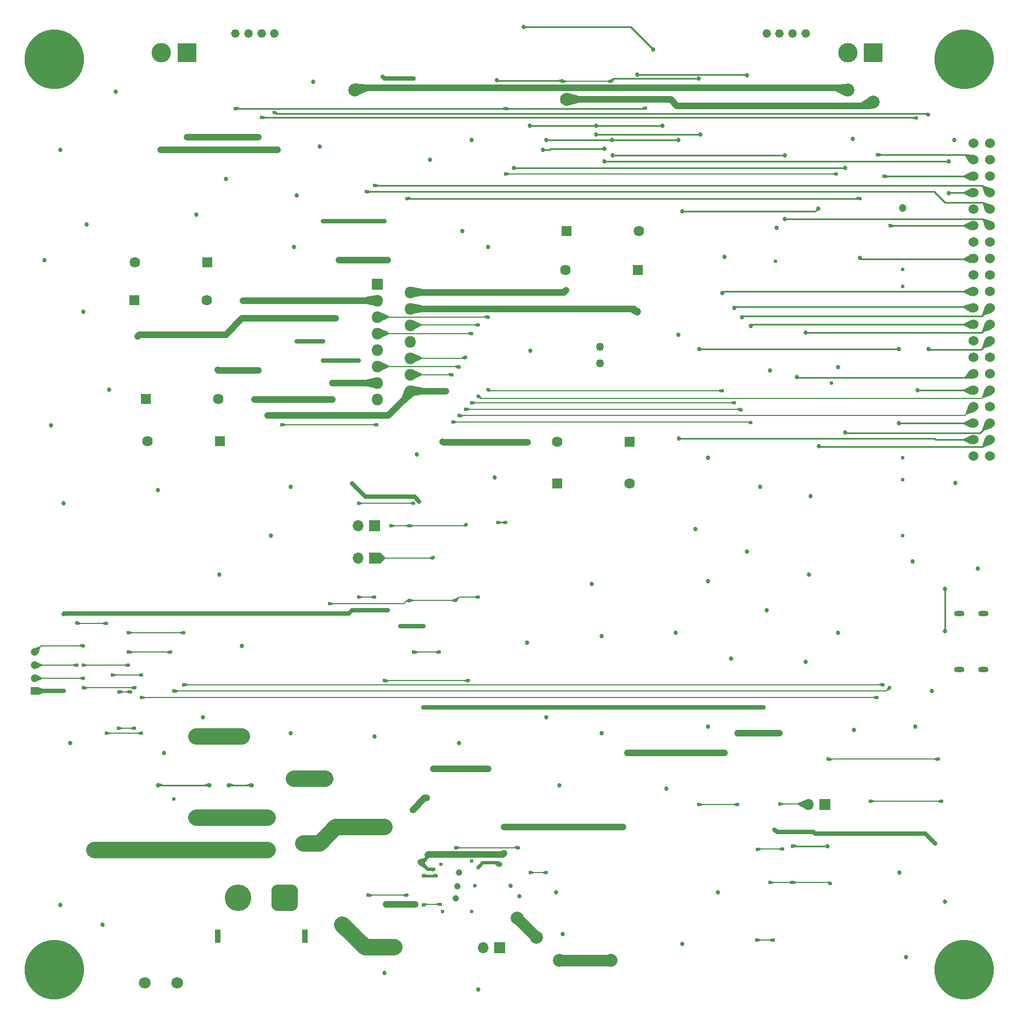
<source format=gbl>
G04 #@! TF.GenerationSoftware,KiCad,Pcbnew,8.0.6*
G04 #@! TF.CreationDate,2025-01-26T17:26:35-05:00*
G04 #@! TF.ProjectId,Main_Board_Rev1,4d61696e-5f42-46f6-9172-645f52657631,rev?*
G04 #@! TF.SameCoordinates,Original*
G04 #@! TF.FileFunction,Copper,L4,Bot*
G04 #@! TF.FilePolarity,Positive*
%FSLAX46Y46*%
G04 Gerber Fmt 4.6, Leading zero omitted, Abs format (unit mm)*
G04 Created by KiCad (PCBNEW 8.0.6) date 2025-01-26 17:26:35*
%MOMM*%
%LPD*%
G01*
G04 APERTURE LIST*
G04 Aperture macros list*
%AMRoundRect*
0 Rectangle with rounded corners*
0 $1 Rounding radius*
0 $2 $3 $4 $5 $6 $7 $8 $9 X,Y pos of 4 corners*
0 Add a 4 corners polygon primitive as box body*
4,1,4,$2,$3,$4,$5,$6,$7,$8,$9,$2,$3,0*
0 Add four circle primitives for the rounded corners*
1,1,$1+$1,$2,$3*
1,1,$1+$1,$4,$5*
1,1,$1+$1,$6,$7*
1,1,$1+$1,$8,$9*
0 Add four rect primitives between the rounded corners*
20,1,$1+$1,$2,$3,$4,$5,0*
20,1,$1+$1,$4,$5,$6,$7,0*
20,1,$1+$1,$6,$7,$8,$9,0*
20,1,$1+$1,$8,$9,$2,$3,0*%
G04 Aperture macros list end*
G04 #@! TA.AperFunction,ComponentPad*
%ADD10R,1.625600X1.625600*%
G04 #@! TD*
G04 #@! TA.AperFunction,ComponentPad*
%ADD11C,1.625600*%
G04 #@! TD*
G04 #@! TA.AperFunction,ComponentPad*
%ADD12C,9.200000*%
G04 #@! TD*
G04 #@! TA.AperFunction,ComponentPad*
%ADD13O,1.600000X0.800000*%
G04 #@! TD*
G04 #@! TA.AperFunction,ComponentPad*
%ADD14C,1.524000*%
G04 #@! TD*
G04 #@! TA.AperFunction,ComponentPad*
%ADD15R,1.800000X1.800000*%
G04 #@! TD*
G04 #@! TA.AperFunction,ComponentPad*
%ADD16O,1.800000X1.800000*%
G04 #@! TD*
G04 #@! TA.AperFunction,ComponentPad*
%ADD17R,1.700000X1.700000*%
G04 #@! TD*
G04 #@! TA.AperFunction,ComponentPad*
%ADD18O,1.700000X1.700000*%
G04 #@! TD*
G04 #@! TA.AperFunction,ComponentPad*
%ADD19C,1.270000*%
G04 #@! TD*
G04 #@! TA.AperFunction,ComponentPad*
%ADD20R,0.900000X2.000000*%
G04 #@! TD*
G04 #@! TA.AperFunction,ComponentPad*
%ADD21RoundRect,1.025000X1.025000X1.025000X-1.025000X1.025000X-1.025000X-1.025000X1.025000X-1.025000X0*%
G04 #@! TD*
G04 #@! TA.AperFunction,ComponentPad*
%ADD22C,4.100000*%
G04 #@! TD*
G04 #@! TA.AperFunction,ComponentPad*
%ADD23C,1.803400*%
G04 #@! TD*
G04 #@! TA.AperFunction,ComponentPad*
%ADD24C,1.320800*%
G04 #@! TD*
G04 #@! TA.AperFunction,ComponentPad*
%ADD25R,1.200000X1.200000*%
G04 #@! TD*
G04 #@! TA.AperFunction,ComponentPad*
%ADD26C,1.200000*%
G04 #@! TD*
G04 #@! TA.AperFunction,ComponentPad*
%ADD27R,3.000000X3.000000*%
G04 #@! TD*
G04 #@! TA.AperFunction,ComponentPad*
%ADD28C,3.000000*%
G04 #@! TD*
G04 #@! TA.AperFunction,ViaPad*
%ADD29C,0.685800*%
G04 #@! TD*
G04 #@! TA.AperFunction,ViaPad*
%ADD30C,0.600000*%
G04 #@! TD*
G04 #@! TA.AperFunction,ViaPad*
%ADD31C,1.000000*%
G04 #@! TD*
G04 #@! TA.AperFunction,ViaPad*
%ADD32C,1.200000*%
G04 #@! TD*
G04 #@! TA.AperFunction,ViaPad*
%ADD33C,0.900000*%
G04 #@! TD*
G04 #@! TA.AperFunction,ViaPad*
%ADD34C,2.000000*%
G04 #@! TD*
G04 #@! TA.AperFunction,ViaPad*
%ADD35C,0.800000*%
G04 #@! TD*
G04 #@! TA.AperFunction,Conductor*
%ADD36C,0.254000*%
G04 #@! TD*
G04 #@! TA.AperFunction,Conductor*
%ADD37C,0.200000*%
G04 #@! TD*
G04 #@! TA.AperFunction,Conductor*
%ADD38C,0.400000*%
G04 #@! TD*
G04 #@! TA.AperFunction,Conductor*
%ADD39C,1.800000*%
G04 #@! TD*
G04 #@! TA.AperFunction,Conductor*
%ADD40C,1.016000*%
G04 #@! TD*
G04 #@! TA.AperFunction,Conductor*
%ADD41C,0.500000*%
G04 #@! TD*
G04 #@! TA.AperFunction,Conductor*
%ADD42C,2.540000*%
G04 #@! TD*
G04 #@! TA.AperFunction,Conductor*
%ADD43C,0.250000*%
G04 #@! TD*
G04 #@! TA.AperFunction,Conductor*
%ADD44C,0.700000*%
G04 #@! TD*
G04 #@! TA.AperFunction,Conductor*
%ADD45C,0.508000*%
G04 #@! TD*
G04 APERTURE END LIST*
D10*
X38160500Y-77450000D03*
D11*
X49336500Y-77450000D03*
D12*
X24000000Y-165500000D03*
D10*
X49589500Y-83950000D03*
D11*
X38413500Y-83950000D03*
D10*
X114156000Y-57500000D03*
D11*
X102980000Y-57500000D03*
D13*
X163700000Y-119140000D03*
X163700000Y-110500000D03*
X167500000Y-119140000D03*
X167500000Y-110500000D03*
D12*
X24000000Y-25000000D03*
D14*
X165900000Y-38010000D03*
X168440000Y-38010000D03*
X165900000Y-40550000D03*
X168440000Y-40550000D03*
X165900000Y-43090000D03*
X168440000Y-43090000D03*
X165900000Y-45630000D03*
X168440000Y-45630000D03*
X165900000Y-48170000D03*
X168440000Y-48170000D03*
X165900000Y-50710000D03*
X168440000Y-50710000D03*
X165900000Y-53250000D03*
X168440000Y-53250000D03*
X165900000Y-55790000D03*
X168440000Y-55790000D03*
X165900000Y-58330000D03*
X168440000Y-58330000D03*
X165900000Y-60870000D03*
X168440000Y-60870000D03*
X165900000Y-63410000D03*
X168440000Y-63410000D03*
X165900000Y-65950000D03*
X168440000Y-65950000D03*
X165900000Y-68490000D03*
X168440000Y-68490000D03*
X165900000Y-71030000D03*
X168440000Y-71030000D03*
X165900000Y-73570000D03*
X168440000Y-73570000D03*
X165900000Y-76110000D03*
X168440000Y-76110000D03*
X165900000Y-78650000D03*
X168440000Y-78650000D03*
X165900000Y-81190000D03*
X168440000Y-81190000D03*
X165900000Y-83730000D03*
X168440000Y-83730000D03*
X165900000Y-86270000D03*
X168440000Y-86270000D03*
D15*
X73920000Y-59690000D03*
D16*
X79000000Y-60960000D03*
X73920000Y-62230000D03*
X79000000Y-63500000D03*
X73920000Y-64770000D03*
X79000000Y-66040000D03*
X73920000Y-67310000D03*
X79000000Y-68580000D03*
X73920000Y-69850000D03*
X79000000Y-71120000D03*
X73920000Y-72390000D03*
X79000000Y-73660000D03*
X73920000Y-74930000D03*
X79000000Y-76200000D03*
X73920000Y-77470000D03*
D10*
X103110500Y-51500000D03*
D11*
X114286500Y-51500000D03*
D17*
X73500000Y-102000000D03*
D18*
X70960000Y-102000000D03*
D12*
X164500000Y-25000000D03*
D17*
X142975000Y-140000000D03*
D18*
X140435000Y-140000000D03*
D19*
X108255000Y-69425000D03*
X108255000Y-71925000D03*
D12*
X164500000Y-165500000D03*
D20*
X62750000Y-160350000D03*
X49250000Y-160350000D03*
D21*
X59600000Y-154350000D03*
D22*
X52400000Y-154350000D03*
D10*
X112889500Y-84000000D03*
D11*
X101713500Y-84000000D03*
D23*
X43000000Y-167500000D03*
X38000000Y-167500000D03*
D24*
X52000000Y-21000000D03*
X53999999Y-21000000D03*
X56000000Y-21000000D03*
X57999998Y-21000000D03*
D10*
X101713500Y-90500000D03*
D11*
X112889500Y-90500000D03*
D24*
X134000002Y-21000000D03*
X136000001Y-21000000D03*
X138000002Y-21000000D03*
X140000000Y-21000000D03*
D17*
X92799976Y-162070108D03*
D18*
X90259976Y-162070108D03*
D25*
X21000000Y-122500000D03*
D26*
X21000000Y-120500000D03*
X21000000Y-118500000D03*
X21000000Y-116500000D03*
D10*
X36402000Y-62225000D03*
D11*
X47578000Y-62225000D03*
D10*
X47639500Y-56350000D03*
D11*
X36463500Y-56350000D03*
D17*
X73500000Y-97000000D03*
D18*
X70960000Y-97000000D03*
D27*
X150480000Y-24000000D03*
D28*
X146520000Y-24000000D03*
D27*
X44500000Y-24000000D03*
D28*
X40540000Y-24000000D03*
D29*
X40000000Y-137000000D03*
X51000000Y-137000000D03*
X54500000Y-137000000D03*
X48000000Y-137000000D03*
X23500000Y-81500000D03*
X22500000Y-56000000D03*
X140000000Y-118000000D03*
X26500000Y-130500000D03*
X94500000Y-152500000D03*
D30*
X134500000Y-152000000D03*
D29*
X61000000Y-54000000D03*
X126500000Y-153500000D03*
X33500000Y-30000000D03*
D30*
X84000000Y-156500000D03*
D29*
X80000000Y-86000000D03*
X108500000Y-114000000D03*
X125000000Y-105500000D03*
D30*
X59200000Y-81400000D03*
D29*
X127500000Y-55500000D03*
X147350000Y-37300000D03*
D30*
X155000000Y-60100000D03*
D29*
X57500000Y-98500000D03*
D30*
X75000000Y-120900000D03*
D29*
X131000000Y-101000000D03*
X125000000Y-86500000D03*
X97500000Y-69950000D03*
X25000000Y-39000000D03*
X60500000Y-129000000D03*
D30*
X143850000Y-152150000D03*
D29*
X87000000Y-51500000D03*
X140750000Y-92450000D03*
X89500000Y-168500000D03*
D30*
X78500000Y-154000000D03*
D29*
X100000000Y-126500000D03*
X147500000Y-128500000D03*
D30*
X33000000Y-120000000D03*
D29*
X120000000Y-113500000D03*
X107000000Y-106000000D03*
D30*
X155000000Y-98500000D03*
X135350000Y-56150000D03*
D29*
X32500000Y-76000000D03*
X60500000Y-91000000D03*
X47000000Y-126500000D03*
D30*
X34000000Y-122600000D03*
D29*
X133000000Y-91000000D03*
X25500000Y-93500000D03*
X95834900Y-154165100D03*
X102500000Y-160000000D03*
D30*
X72500000Y-154000000D03*
D29*
X97000000Y-115000000D03*
D31*
X86299976Y-152570108D03*
D30*
X89000000Y-152500000D03*
X88500000Y-148700900D03*
X155000000Y-89900000D03*
D29*
X135500000Y-51000000D03*
X61500000Y-46000000D03*
X118500000Y-137500000D03*
X108500000Y-129000000D03*
X29000000Y-50500000D03*
D31*
X86500000Y-150500000D03*
D29*
X41000000Y-132000000D03*
X92400000Y-28250000D03*
X128500000Y-117500000D03*
X102000000Y-137000000D03*
D30*
X88500000Y-156500000D03*
D31*
X86000000Y-154500000D03*
D32*
X155000000Y-48000000D03*
D29*
X155500000Y-163500000D03*
D30*
X73800000Y-81400000D03*
D29*
X86500000Y-130500000D03*
X25000000Y-155500000D03*
X64000000Y-28500000D03*
D30*
X42500000Y-139186250D03*
D29*
X121000000Y-161500000D03*
X53000000Y-115500000D03*
X134000000Y-110000000D03*
D30*
X123500000Y-140000000D03*
D29*
X49500000Y-104500000D03*
X88500000Y-37500000D03*
X82000000Y-40500000D03*
X156500000Y-102500000D03*
X140500000Y-104500000D03*
X75000000Y-166000000D03*
D30*
X144000000Y-75000000D03*
D29*
X50500000Y-43500000D03*
X159500000Y-122500000D03*
X125000000Y-128000000D03*
D30*
X161000000Y-139500000D03*
X155000000Y-86500000D03*
X35805500Y-122600000D03*
D29*
X123000000Y-97500000D03*
X145000000Y-113500000D03*
X92000000Y-89500000D03*
X65000000Y-38500000D03*
X157000000Y-128000000D03*
D30*
X138000000Y-152000000D03*
X88000000Y-120900000D03*
D29*
X28500000Y-64000000D03*
X31500000Y-158500000D03*
X154500000Y-150500000D03*
D30*
X83750000Y-149250000D03*
X37500000Y-120000000D03*
D29*
X163150000Y-90400000D03*
D30*
X102500000Y-28400000D03*
D29*
X46000000Y-49000000D03*
D30*
X110000000Y-28400000D03*
X129500000Y-140000000D03*
X155000000Y-57450000D03*
D29*
X134500000Y-73050000D03*
X120350000Y-67500000D03*
X161500000Y-155000000D03*
X123500000Y-28000000D03*
D30*
X150050000Y-139500000D03*
D29*
X101500000Y-153500000D03*
X163000000Y-37500000D03*
X166600000Y-103600000D03*
X91000000Y-54000000D03*
X73500000Y-129500000D03*
X40000000Y-91500000D03*
D30*
X83000000Y-151000000D03*
X81000000Y-151000000D03*
X97500000Y-150500000D03*
X100000000Y-150500000D03*
D33*
X91000000Y-134500000D03*
D34*
X110000000Y-164000000D03*
D33*
X82500000Y-134500000D03*
D34*
X95500000Y-157500000D03*
X98500000Y-160500000D03*
X102000000Y-164000000D03*
D31*
X75274976Y-155400000D03*
D32*
X114000000Y-64000000D03*
D30*
X82600000Y-150000000D03*
D33*
X129500000Y-129000000D03*
X112500000Y-132000000D03*
D31*
X81500000Y-139000000D03*
D33*
X93500000Y-147500000D03*
D29*
X67500000Y-65000000D03*
D34*
X75000000Y-143500000D03*
D33*
X111799976Y-143500000D03*
D31*
X79737476Y-155400000D03*
D29*
X75500000Y-56000000D03*
D33*
X127500000Y-132000000D03*
D31*
X79400000Y-140800000D03*
D29*
X68000000Y-56000000D03*
D33*
X93500000Y-143500000D03*
X136000000Y-129000000D03*
D34*
X62500000Y-146000000D03*
D31*
X80600000Y-148900000D03*
D29*
X36900000Y-67750000D03*
D30*
X82500000Y-101900000D03*
X52000000Y-32600000D03*
X87650707Y-96849293D03*
X66500000Y-109000000D03*
X78900000Y-97000000D03*
X115300000Y-32550000D03*
X86000000Y-108500000D03*
X93800000Y-32650000D03*
D29*
X145000000Y-72500000D03*
X131000000Y-27500000D03*
D30*
X92500707Y-96499293D03*
X89500000Y-108000000D03*
X78900000Y-108500000D03*
X93750000Y-42700000D03*
D29*
X114000000Y-27353100D03*
D30*
X144800000Y-42700000D03*
X93750000Y-96499293D03*
X76000000Y-97000000D03*
X160500000Y-133000000D03*
X138000000Y-146400000D03*
X143500000Y-133000000D03*
D29*
X143400000Y-146400000D03*
D30*
X75500000Y-110000000D03*
X77500000Y-112500000D03*
X25500000Y-110600000D03*
X81000000Y-112500000D03*
X25500000Y-122500000D03*
D29*
X161500000Y-113250000D03*
X161500000Y-106700000D03*
X65500000Y-50000000D03*
X65500000Y-71500000D03*
D30*
X141250000Y-144250000D03*
D29*
X75000000Y-50000000D03*
D30*
X80348531Y-93217156D03*
X79500000Y-28000000D03*
D29*
X71000000Y-71500000D03*
D30*
X135200000Y-143850000D03*
D29*
X65500000Y-68500000D03*
D30*
X81000000Y-125000000D03*
X74750000Y-27750000D03*
X160000000Y-146000000D03*
X71000000Y-110000000D03*
X133500000Y-125000000D03*
D29*
X61500000Y-68500000D03*
D30*
X70000000Y-90500000D03*
X136500000Y-146850000D03*
X135025000Y-160900000D03*
X132550000Y-146900000D03*
X132525000Y-160900000D03*
D34*
X68500000Y-158500000D03*
X61000000Y-136000000D03*
X76500000Y-162000000D03*
X66000000Y-136100000D03*
D30*
X71000000Y-108000000D03*
X73500000Y-108000000D03*
X136025000Y-139900000D03*
X86000000Y-146657608D03*
X95657608Y-146657608D03*
X83629902Y-155391777D03*
X81000000Y-155500000D03*
D35*
X92750000Y-149250000D03*
D30*
X89500000Y-149699997D03*
X79500000Y-93500000D03*
X71000000Y-93500000D03*
X83500000Y-116500000D03*
X79500000Y-116500000D03*
X32047500Y-129000000D03*
X37500000Y-123500000D03*
X151000000Y-123500000D03*
X37500000Y-129000000D03*
X151150000Y-39750000D03*
X36405500Y-128241300D03*
X33905500Y-128241300D03*
X33905500Y-128241300D03*
X28500000Y-122000000D03*
X36500000Y-122000000D03*
X28500000Y-120500000D03*
X32047500Y-112047500D03*
X27500000Y-112000000D03*
X27500000Y-118500000D03*
X44000000Y-121500000D03*
X44000000Y-113500000D03*
X35500000Y-113500000D03*
X152000000Y-121500000D03*
X152140000Y-43090000D03*
X153000000Y-122000000D03*
X153060000Y-50710000D03*
X42500000Y-122500000D03*
X28500000Y-115500000D03*
X35500000Y-118500000D03*
X42000000Y-116500000D03*
X35500000Y-116500000D03*
X28500000Y-118500000D03*
D34*
X30200000Y-147000000D03*
X46000000Y-129500000D03*
X53000000Y-129500000D03*
X49500000Y-129500000D03*
X57000000Y-147000000D03*
X46000000Y-142000000D03*
X57000000Y-142000000D03*
D30*
X103000000Y-60650000D03*
D34*
X150480000Y-31653000D03*
X103110500Y-31200000D03*
X146520000Y-29800000D03*
X70475000Y-29725000D03*
D29*
X53170000Y-62230000D03*
D30*
X67000000Y-75000000D03*
X67000000Y-77500000D03*
X55500000Y-73000000D03*
X54900000Y-77500000D03*
X44500000Y-37000000D03*
X49300000Y-72950000D03*
X55500000Y-37000000D03*
X58500000Y-39000000D03*
X84000000Y-84000000D03*
X57000000Y-80000000D03*
X84500000Y-76200000D03*
X97100000Y-84050000D03*
X40500000Y-39000000D03*
X72200000Y-45450000D03*
X78500000Y-46500000D03*
X148400000Y-46500000D03*
D29*
X148400000Y-55700000D03*
X138700000Y-74000000D03*
X140000000Y-67150000D03*
D30*
X58000000Y-33200000D03*
X159000000Y-33550000D03*
D29*
X159000000Y-69750000D03*
X157275000Y-76075000D03*
D30*
X56065687Y-34000000D03*
X157100000Y-34100000D03*
X73500000Y-44500000D03*
D29*
X146150000Y-41800000D03*
X94950000Y-41750000D03*
X146150000Y-82600000D03*
X120500000Y-83500000D03*
X99500000Y-39000000D03*
X108950000Y-40750000D03*
X108950000Y-38850000D03*
X162100000Y-40800000D03*
X162113336Y-45686664D03*
X141950000Y-48050000D03*
X142100000Y-84700000D03*
X121000000Y-48500000D03*
X136800000Y-49650000D03*
X120425000Y-37500000D03*
X99950000Y-37475000D03*
X110175000Y-37500000D03*
X136800000Y-39850000D03*
X110200000Y-39800000D03*
X107700000Y-35250000D03*
X123600000Y-69700000D03*
X97450000Y-35250000D03*
X154450000Y-69700000D03*
X123750000Y-36650000D03*
X154450000Y-81150000D03*
X107700000Y-36650000D03*
X117900000Y-35250000D03*
D30*
X89500000Y-66000000D03*
X89500000Y-77000000D03*
X85600000Y-81000000D03*
X85400000Y-73660000D03*
D29*
X131550000Y-66150000D03*
D30*
X131600000Y-81050000D03*
X86500000Y-72500000D03*
X86500000Y-80000000D03*
X127150000Y-76150000D03*
X91000000Y-76000000D03*
X91000000Y-64770000D03*
D29*
X127200000Y-61050000D03*
D30*
X130050000Y-79100000D03*
X87500000Y-79000000D03*
D29*
X130200000Y-64800000D03*
D30*
X87500000Y-71000000D03*
X88500000Y-78000000D03*
X129000000Y-78000000D03*
D29*
X129050000Y-63400000D03*
D30*
X88500000Y-67310000D03*
D29*
X116500000Y-23500000D03*
X96500000Y-20000000D03*
D36*
X51000000Y-137000000D02*
X54500000Y-137000000D01*
X40000000Y-137000000D02*
X48000000Y-137000000D01*
X110427000Y-27973000D02*
X123473000Y-27973000D01*
D37*
X34000000Y-122600000D02*
X35805500Y-122600000D01*
X33000000Y-120000000D02*
X37500000Y-120000000D01*
X88000000Y-120900000D02*
X77000000Y-120900000D01*
X72500000Y-154000000D02*
X78500000Y-154000000D01*
X134500000Y-152000000D02*
X138000000Y-152000000D01*
X77000000Y-120900000D02*
X75000000Y-120900000D01*
X143850000Y-152150000D02*
X143700000Y-152000000D01*
D36*
X123473000Y-27973000D02*
X123500000Y-28000000D01*
D37*
X123500000Y-140000000D02*
X129500000Y-140000000D01*
D36*
X92450000Y-28300000D02*
X102400000Y-28300000D01*
X110000000Y-28400000D02*
X110427000Y-27973000D01*
D37*
X73800000Y-81400000D02*
X59200000Y-81400000D01*
X102500000Y-28400000D02*
X110000000Y-28400000D01*
D36*
X102400000Y-28300000D02*
X102500000Y-28400000D01*
D37*
X143700000Y-152000000D02*
X138000000Y-152000000D01*
X155100000Y-60000000D02*
X155000000Y-60100000D01*
X78600000Y-153900000D02*
X78500000Y-154000000D01*
X161000000Y-139500000D02*
X150050000Y-139500000D01*
D36*
X92400000Y-28250000D02*
X92450000Y-28300000D01*
D38*
X81000000Y-151000000D02*
X83000000Y-151000000D01*
D37*
X97500000Y-150500000D02*
X100000000Y-150500000D01*
D39*
X95500000Y-157500000D02*
X98500000Y-160500000D01*
X102000000Y-164000000D02*
X110000000Y-164000000D01*
D40*
X82500000Y-134500000D02*
X91000000Y-134500000D01*
D41*
X80600000Y-148900000D02*
X81700000Y-150000000D01*
X81735000Y-148065000D02*
X81735000Y-147765000D01*
D40*
X36900000Y-67750000D02*
X37150000Y-67500000D01*
X81200000Y-139000000D02*
X81500000Y-139000000D01*
X37150000Y-67500000D02*
X50500000Y-67500000D01*
X93500000Y-143500000D02*
X111799976Y-143500000D01*
X136000000Y-129000000D02*
X129500000Y-129000000D01*
X53000000Y-65000000D02*
X67500000Y-65000000D01*
D42*
X65000000Y-146000000D02*
X62500000Y-146000000D01*
D40*
X75274976Y-155400000D02*
X79737476Y-155400000D01*
X79400000Y-140800000D02*
X81200000Y-139000000D01*
X75500000Y-56000000D02*
X68000000Y-56000000D01*
D42*
X75000000Y-143500000D02*
X67500000Y-143500000D01*
D40*
X79000000Y-63500000D02*
X113500000Y-63500000D01*
D41*
X81700000Y-150000000D02*
X82600000Y-150000000D01*
D40*
X113500000Y-63500000D02*
X114000000Y-64000000D01*
X93300000Y-147700000D02*
X81800000Y-147700000D01*
D41*
X80600000Y-148900000D02*
X80900000Y-148900000D01*
D40*
X93500000Y-147500000D02*
X93300000Y-147700000D01*
D42*
X67500000Y-143500000D02*
X65000000Y-146000000D01*
D40*
X81800000Y-147700000D02*
X81735000Y-147765000D01*
X127500000Y-132000000D02*
X117000000Y-132000000D01*
D41*
X80900000Y-148900000D02*
X81735000Y-148065000D01*
D40*
X117000000Y-132000000D02*
X112500000Y-132000000D01*
X50500000Y-67500000D02*
X53000000Y-65000000D01*
D37*
X82500000Y-101900000D02*
X82400000Y-102000000D01*
X82400000Y-102000000D02*
X73500000Y-102000000D01*
X78900000Y-108500000D02*
X86000000Y-108500000D01*
X86500000Y-108000000D02*
X86000000Y-108500000D01*
D43*
X93800000Y-32650000D02*
X93750000Y-32600000D01*
D37*
X93750000Y-96499293D02*
X92500707Y-96499293D01*
X87500000Y-97000000D02*
X78900000Y-97000000D01*
D43*
X93750000Y-32600000D02*
X52000000Y-32600000D01*
D37*
X87650707Y-96849293D02*
X87500707Y-96999293D01*
X144800000Y-42700000D02*
X93750000Y-42700000D01*
D36*
X115200000Y-32650000D02*
X93800000Y-32650000D01*
D37*
X78000000Y-109000000D02*
X66500000Y-109000000D01*
X76000000Y-97000000D02*
X78900000Y-97000000D01*
X78500000Y-108500000D02*
X78000000Y-109000000D01*
X89500000Y-108000000D02*
X86500000Y-108000000D01*
X78900000Y-108500000D02*
X78500000Y-108500000D01*
D36*
X131000000Y-27500000D02*
X130880100Y-27380100D01*
X130880100Y-27380100D02*
X114027000Y-27380100D01*
X114027000Y-27380100D02*
X114000000Y-27353100D01*
X115300000Y-32550000D02*
X115200000Y-32650000D01*
D37*
X143500000Y-133000000D02*
X160500000Y-133000000D01*
D36*
X143400000Y-146400000D02*
X138000000Y-146400000D01*
D44*
X75000000Y-50000000D02*
X65500000Y-50000000D01*
X71000000Y-71500000D02*
X65500000Y-71500000D01*
X135200000Y-143850000D02*
X135600000Y-144250000D01*
X65500000Y-68500000D02*
X61500000Y-68500000D01*
X79631375Y-92500000D02*
X72000000Y-92500000D01*
X135600000Y-144250000D02*
X141000000Y-144250000D01*
X74750000Y-27750000D02*
X75000000Y-28000000D01*
X80348531Y-93217156D02*
X79631375Y-92500000D01*
X25600000Y-110500000D02*
X25500000Y-110600000D01*
X70000000Y-110000000D02*
X69500000Y-110500000D01*
X133500000Y-125000000D02*
X81000000Y-125000000D01*
X75000000Y-28000000D02*
X79500000Y-28000000D01*
X141000000Y-144250000D02*
X141250000Y-144250000D01*
X141500000Y-144500000D02*
X141250000Y-144250000D01*
X69500000Y-110500000D02*
X25600000Y-110500000D01*
X160000000Y-146000000D02*
X158500000Y-144500000D01*
X75500000Y-110000000D02*
X71000000Y-110000000D01*
X71000000Y-110000000D02*
X70000000Y-110000000D01*
X25500000Y-122500000D02*
X21000000Y-122500000D01*
X158500000Y-144500000D02*
X141500000Y-144500000D01*
X77500000Y-112500000D02*
X81000000Y-112500000D01*
D36*
X161500000Y-106700000D02*
X161500000Y-113250000D01*
D44*
X72000000Y-92500000D02*
X70000000Y-90500000D01*
D37*
X132550000Y-146900000D02*
X132600000Y-146850000D01*
X132600000Y-146850000D02*
X136500000Y-146850000D01*
X135025000Y-160900000D02*
X132525000Y-160900000D01*
D42*
X76500000Y-162000000D02*
X72000000Y-162000000D01*
X72000000Y-162000000D02*
X68500000Y-158500000D01*
D40*
X65900000Y-136000000D02*
X66000000Y-136100000D01*
D42*
X61000000Y-136000000D02*
X65900000Y-136000000D01*
D37*
X71000000Y-108000000D02*
X73500000Y-108000000D01*
X136025000Y-139900000D02*
X140335000Y-139900000D01*
X140335000Y-139900000D02*
X140435000Y-140000000D01*
X95657608Y-146657608D02*
X86000000Y-146657608D01*
X83608233Y-155370108D02*
X83629902Y-155391777D01*
X81129892Y-155370108D02*
X83608233Y-155370108D01*
X81000000Y-155500000D02*
X81129892Y-155370108D01*
D41*
X92750000Y-149250000D02*
X92500000Y-149000000D01*
X92500000Y-149000000D02*
X90199997Y-149000000D01*
X90199997Y-149000000D02*
X89500000Y-149699997D01*
D37*
X79500000Y-93500000D02*
X71000000Y-93500000D01*
X83500000Y-116500000D02*
X79500000Y-116500000D01*
D36*
X151150000Y-39750000D02*
X165100000Y-39750000D01*
D37*
X151000000Y-123500000D02*
X37500000Y-123500000D01*
X32047500Y-129000000D02*
X37500000Y-129000000D01*
D36*
X165100000Y-39750000D02*
X165900000Y-40550000D01*
D37*
X33905500Y-128241300D02*
X36405500Y-128241300D01*
X28500000Y-120500000D02*
X21000000Y-120500000D01*
X36500000Y-122000000D02*
X28500000Y-122000000D01*
X32047500Y-112047500D02*
X27547500Y-112047500D01*
X27500000Y-118500000D02*
X21000000Y-118500000D01*
X27547500Y-112047500D02*
X27500000Y-112000000D01*
D36*
X152140000Y-43090000D02*
X165900000Y-43090000D01*
D37*
X44000000Y-113500000D02*
X35500000Y-113500000D01*
X44000000Y-121500000D02*
X152000000Y-121500000D01*
X153000000Y-122000000D02*
X152500000Y-122500000D01*
X152500000Y-122500000D02*
X42500000Y-122500000D01*
D36*
X153060000Y-50710000D02*
X165900000Y-50710000D01*
D37*
X22000000Y-115500000D02*
X28500000Y-115500000D01*
X42000000Y-116500000D02*
X35500000Y-116500000D01*
X35500000Y-118500000D02*
X28500000Y-118500000D01*
X21000000Y-116500000D02*
X22000000Y-115500000D01*
D42*
X57000000Y-147000000D02*
X30200000Y-147000000D01*
X53000000Y-129500000D02*
X49500000Y-129500000D01*
X57000000Y-142000000D02*
X46000000Y-142000000D01*
X49500000Y-129500000D02*
X46000000Y-129500000D01*
D40*
X149960000Y-32173000D02*
X120173000Y-32173000D01*
X102690000Y-60960000D02*
X103000000Y-60650000D01*
D36*
X102750000Y-60900000D02*
X103000000Y-60650000D01*
D40*
X119200000Y-31200000D02*
X103110500Y-31200000D01*
X120173000Y-32173000D02*
X119200000Y-31200000D01*
D36*
X102750000Y-61150000D02*
X102750000Y-60900000D01*
D40*
X150480000Y-31653000D02*
X149960000Y-32173000D01*
X79000000Y-60960000D02*
X102690000Y-60960000D01*
D37*
X47578000Y-62225000D02*
X47653000Y-62300000D01*
D40*
X70750000Y-29450000D02*
X146170000Y-29450000D01*
X53170000Y-62230000D02*
X73920000Y-62230000D01*
D37*
X73650000Y-62500000D02*
X73920000Y-62230000D01*
X146520000Y-24000000D02*
X146500000Y-24000000D01*
D40*
X146170000Y-29450000D02*
X146520000Y-29800000D01*
X70475000Y-29725000D02*
X70750000Y-29450000D01*
X54900000Y-77500000D02*
X67000000Y-77500000D01*
D37*
X73850000Y-75000000D02*
X73920000Y-74930000D01*
X49336500Y-77450000D02*
X49461500Y-77575000D01*
D40*
X55500000Y-37000000D02*
X44500000Y-37000000D01*
X55500000Y-73000000D02*
X49350000Y-73000000D01*
X49350000Y-73000000D02*
X49300000Y-72950000D01*
X67000000Y-75000000D02*
X73850000Y-75000000D01*
D45*
X79000000Y-76600000D02*
X79000000Y-76200000D01*
D40*
X97050000Y-84150000D02*
X97100000Y-84100000D01*
X75600000Y-80000000D02*
X79000000Y-76600000D01*
D37*
X79200000Y-76000000D02*
X79000000Y-76200000D01*
D40*
X84000000Y-84000000D02*
X84150000Y-84150000D01*
X79000000Y-76200000D02*
X84500000Y-76200000D01*
X40500000Y-39000000D02*
X58500000Y-39000000D01*
X84150000Y-84150000D02*
X97050000Y-84150000D01*
X57000000Y-80000000D02*
X75600000Y-80000000D01*
D36*
X159850000Y-45450000D02*
X161531000Y-47131000D01*
X72200000Y-45450000D02*
X159850000Y-45450000D01*
X167401000Y-47131000D02*
X168440000Y-48170000D01*
X161531000Y-47131000D02*
X167401000Y-47131000D01*
X78500000Y-46500000D02*
X148400000Y-46500000D01*
X165840000Y-55850000D02*
X165900000Y-55790000D01*
X148550000Y-55850000D02*
X165840000Y-55850000D01*
X148400000Y-55700000D02*
X148550000Y-55850000D01*
X138700000Y-74000000D02*
X138839000Y-74139000D01*
X138839000Y-74139000D02*
X165331000Y-74139000D01*
X165331000Y-74139000D02*
X165900000Y-73570000D01*
X140000000Y-67150000D02*
X167240000Y-67150000D01*
X167240000Y-67150000D02*
X168440000Y-65950000D01*
X159000000Y-69750000D02*
X159050000Y-69800000D01*
D37*
X58000000Y-33200000D02*
X58200000Y-33400000D01*
D36*
X159050000Y-69800000D02*
X167130000Y-69800000D01*
D43*
X158850000Y-33400000D02*
X58200000Y-33400000D01*
X159000000Y-33550000D02*
X158850000Y-33400000D01*
D36*
X167130000Y-69800000D02*
X168440000Y-68490000D01*
D43*
X157000000Y-34000000D02*
X157100000Y-34100000D01*
D36*
X157605000Y-76075000D02*
X157640000Y-76110000D01*
X157640000Y-76110000D02*
X165900000Y-76110000D01*
X157275000Y-76075000D02*
X157605000Y-76075000D01*
D43*
X56065687Y-34000000D02*
X157000000Y-34000000D01*
D36*
X73500000Y-44500000D02*
X167310000Y-44500000D01*
X167310000Y-44500000D02*
X168440000Y-45630000D01*
X166939000Y-82691000D02*
X168440000Y-81190000D01*
X146100000Y-41750000D02*
X146150000Y-41800000D01*
X146150000Y-82600000D02*
X146241000Y-82691000D01*
X94950000Y-41750000D02*
X146100000Y-41750000D01*
X146241000Y-82691000D02*
X166939000Y-82691000D01*
X159900000Y-83500000D02*
X160100000Y-83700000D01*
X165900000Y-83730000D02*
X160130000Y-83730000D01*
X120500000Y-83500000D02*
X159900000Y-83500000D01*
X160130000Y-83730000D02*
X160100000Y-83700000D01*
X100650000Y-38850000D02*
X108950000Y-38850000D01*
X109000000Y-40800000D02*
X162100000Y-40800000D01*
X162113336Y-45686664D02*
X162170000Y-45630000D01*
X108950000Y-40750000D02*
X109000000Y-40800000D01*
X100500000Y-39000000D02*
X100650000Y-38850000D01*
X99500000Y-39000000D02*
X100500000Y-39000000D01*
X162170000Y-45630000D02*
X165900000Y-45630000D01*
X141500000Y-48500000D02*
X141950000Y-48050000D01*
X142100000Y-84700000D02*
X142169000Y-84769000D01*
X121000000Y-48500000D02*
X141500000Y-48500000D01*
X142169000Y-84769000D02*
X167401000Y-84769000D01*
X167401000Y-84769000D02*
X168440000Y-83730000D01*
X167401000Y-49671000D02*
X168440000Y-50710000D01*
X110200000Y-39800000D02*
X136750000Y-39800000D01*
X136800000Y-49650000D02*
X136821000Y-49671000D01*
X136821000Y-49671000D02*
X167401000Y-49671000D01*
X99975000Y-37500000D02*
X120425000Y-37500000D01*
X107700000Y-36650000D02*
X123750000Y-36650000D01*
X154450000Y-81150000D02*
X154490000Y-81190000D01*
X154490000Y-81190000D02*
X165900000Y-81190000D01*
X97450000Y-35250000D02*
X117950000Y-35250000D01*
X154450000Y-69700000D02*
X123600000Y-69700000D01*
D37*
X168440000Y-76110000D02*
X167200000Y-77350000D01*
X167200000Y-77350000D02*
X89850000Y-77350000D01*
X89850000Y-77350000D02*
X89500000Y-77000000D01*
X89500000Y-66000000D02*
X79040000Y-66000000D01*
X79040000Y-66000000D02*
X79000000Y-66040000D01*
X131550000Y-81000000D02*
X85600000Y-81000000D01*
X131600000Y-81050000D02*
X131550000Y-81000000D01*
D36*
X131750000Y-65950000D02*
X165900000Y-65950000D01*
X131550000Y-66150000D02*
X131750000Y-65950000D01*
D37*
X85400000Y-73660000D02*
X79000000Y-73660000D01*
X86390000Y-72390000D02*
X73920000Y-72390000D01*
X164550000Y-80000000D02*
X86500000Y-80000000D01*
X165900000Y-78650000D02*
X164550000Y-80000000D01*
X86500000Y-72500000D02*
X86390000Y-72390000D01*
X165960000Y-77960000D02*
X166000000Y-78000000D01*
X91150000Y-76150000D02*
X91000000Y-76000000D01*
X91000000Y-64770000D02*
X73920000Y-64770000D01*
X127150000Y-76150000D02*
X91150000Y-76150000D01*
D36*
X127200000Y-61050000D02*
X127380000Y-60870000D01*
X127380000Y-60870000D02*
X165900000Y-60870000D01*
D37*
X129950000Y-79000000D02*
X87500000Y-79000000D01*
D36*
X130350000Y-64650000D02*
X167200000Y-64650000D01*
X130200000Y-64800000D02*
X130350000Y-64650000D01*
X167200000Y-64650000D02*
X168440000Y-63410000D01*
D37*
X87380000Y-71120000D02*
X87500000Y-71000000D01*
X87380000Y-71120000D02*
X79000000Y-71120000D01*
X130050000Y-79100000D02*
X129950000Y-79000000D01*
X129000000Y-78000000D02*
X88500000Y-78000000D01*
D36*
X165690000Y-63200000D02*
X165900000Y-63410000D01*
D37*
X88500000Y-67310000D02*
X73920000Y-67310000D01*
D36*
X129250000Y-63200000D02*
X165690000Y-63200000D01*
X129050000Y-63400000D02*
X129250000Y-63200000D01*
X113000000Y-20000000D02*
X116500000Y-23500000D01*
X96500000Y-20000000D02*
X113000000Y-20000000D01*
G04 #@! TA.AperFunction,Conductor*
G36*
X165612879Y-83036823D02*
G01*
X165613087Y-83037294D01*
X165899133Y-83725510D01*
X165899144Y-83734464D01*
X165899133Y-83734490D01*
X165613087Y-84422705D01*
X165606747Y-84429030D01*
X165597793Y-84429019D01*
X165597322Y-84428811D01*
X164382739Y-83860155D01*
X164376699Y-83853544D01*
X164376000Y-83849559D01*
X164376000Y-83610440D01*
X164379427Y-83602167D01*
X164382735Y-83599846D01*
X165597322Y-83031187D01*
X165606268Y-83030783D01*
X165612879Y-83036823D01*
G37*
G04 #@! TD.AperFunction*
G04 #@! TA.AperFunction,Conductor*
G36*
X74274884Y-71563803D02*
G01*
X74275648Y-71564153D01*
X75713554Y-72286761D01*
X75719407Y-72293537D01*
X75720000Y-72297214D01*
X75720000Y-72482785D01*
X75716573Y-72491058D01*
X75713554Y-72493239D01*
X74275650Y-73215845D01*
X74266719Y-73216498D01*
X74259942Y-73210645D01*
X74259591Y-73209879D01*
X73960981Y-72491058D01*
X73920863Y-72394487D01*
X73920855Y-72385534D01*
X73920864Y-72385512D01*
X73957545Y-72297214D01*
X74259591Y-71570119D01*
X74265930Y-71563794D01*
X74274884Y-71563803D01*
G37*
G04 #@! TD.AperFunction*
G04 #@! TA.AperFunction,Conductor*
G36*
X41883641Y-116227050D02*
G01*
X41889503Y-116233148D01*
X41999115Y-116495489D01*
X41999142Y-116504444D01*
X41999115Y-116504511D01*
X41889503Y-116766851D01*
X41883151Y-116773163D01*
X41874694Y-116773329D01*
X41740947Y-116724493D01*
X41407687Y-116602806D01*
X41401091Y-116596750D01*
X41400000Y-116591816D01*
X41400000Y-116408183D01*
X41403427Y-116399910D01*
X41407687Y-116397193D01*
X41874697Y-116226669D01*
X41883641Y-116227050D01*
G37*
G04 #@! TD.AperFunction*
G04 #@! TA.AperFunction,Conductor*
G36*
X27383641Y-118227050D02*
G01*
X27389503Y-118233148D01*
X27499115Y-118495489D01*
X27499142Y-118504444D01*
X27499115Y-118504511D01*
X27389503Y-118766851D01*
X27383151Y-118773163D01*
X27374694Y-118773329D01*
X27240947Y-118724493D01*
X26907687Y-118602806D01*
X26901091Y-118596750D01*
X26900000Y-118591816D01*
X26900000Y-118408183D01*
X26903427Y-118399910D01*
X26907687Y-118397193D01*
X27374697Y-118226669D01*
X27383641Y-118227050D01*
G37*
G04 #@! TD.AperFunction*
G04 #@! TA.AperFunction,Conductor*
G36*
X144683641Y-42427050D02*
G01*
X144689503Y-42433148D01*
X144799115Y-42695489D01*
X144799142Y-42704444D01*
X144799115Y-42704511D01*
X144689503Y-42966851D01*
X144683151Y-42973163D01*
X144674694Y-42973329D01*
X144540947Y-42924493D01*
X144207687Y-42802806D01*
X144201091Y-42796750D01*
X144200000Y-42791816D01*
X144200000Y-42608183D01*
X144203427Y-42599910D01*
X144207687Y-42597193D01*
X144674697Y-42426669D01*
X144683641Y-42427050D01*
G37*
G04 #@! TD.AperFunction*
G04 #@! TA.AperFunction,Conductor*
G36*
X105101715Y-30689741D02*
G01*
X105108873Y-30695119D01*
X105110500Y-30701071D01*
X105110500Y-31698928D01*
X105107073Y-31707201D01*
X105101714Y-31710259D01*
X103503010Y-32121352D01*
X103494144Y-32120094D01*
X103489291Y-32114508D01*
X103111363Y-31204487D01*
X103111354Y-31195535D01*
X103489291Y-30285490D01*
X103495629Y-30279164D01*
X103503010Y-30278647D01*
X105101715Y-30689741D01*
G37*
G04 #@! TD.AperFunction*
G04 #@! TA.AperFunction,Conductor*
G36*
X153651759Y-50580449D02*
G01*
X153658649Y-50586169D01*
X153660000Y-50591626D01*
X153660000Y-50828373D01*
X153656573Y-50836646D01*
X153651759Y-50839550D01*
X153184961Y-50984020D01*
X153176045Y-50983192D01*
X153170706Y-50977354D01*
X153060883Y-50714509D01*
X153060857Y-50705556D01*
X153060862Y-50705542D01*
X153170707Y-50442643D01*
X153177058Y-50436333D01*
X153184960Y-50435979D01*
X153651759Y-50580449D01*
G37*
G04 #@! TD.AperFunction*
G04 #@! TA.AperFunction,Conductor*
G36*
X165612879Y-44936823D02*
G01*
X165613087Y-44937294D01*
X165899133Y-45625510D01*
X165899144Y-45634464D01*
X165899133Y-45634490D01*
X165613087Y-46322705D01*
X165606747Y-46329030D01*
X165597793Y-46329019D01*
X165597322Y-46328811D01*
X164382739Y-45760155D01*
X164376699Y-45753544D01*
X164376000Y-45749559D01*
X164376000Y-45510440D01*
X164379427Y-45502167D01*
X164382735Y-45499846D01*
X165597322Y-44931187D01*
X165606268Y-44930783D01*
X165612879Y-44936823D01*
G37*
G04 #@! TD.AperFunction*
G04 #@! TA.AperFunction,Conductor*
G36*
X167459168Y-44465102D02*
G01*
X168720109Y-44921840D01*
X168726720Y-44927880D01*
X168727125Y-44936826D01*
X168726939Y-44937305D01*
X168442562Y-45626211D01*
X168436237Y-45632551D01*
X168436211Y-45632562D01*
X167747305Y-45916939D01*
X167738351Y-45916928D01*
X167732026Y-45910588D01*
X167731840Y-45910109D01*
X167275102Y-44649168D01*
X167275507Y-44640222D01*
X167277827Y-44636913D01*
X167446911Y-44467829D01*
X167455183Y-44464403D01*
X167459168Y-44465102D01*
G37*
G04 #@! TD.AperFunction*
G04 #@! TA.AperFunction,Conductor*
G36*
X28383641Y-120227050D02*
G01*
X28389503Y-120233148D01*
X28499115Y-120495489D01*
X28499142Y-120504444D01*
X28499115Y-120504511D01*
X28389503Y-120766851D01*
X28383151Y-120773163D01*
X28374694Y-120773329D01*
X28240947Y-120724493D01*
X27907687Y-120602806D01*
X27901091Y-120596750D01*
X27900000Y-120591816D01*
X27900000Y-120408183D01*
X27903427Y-120399910D01*
X27907687Y-120397193D01*
X28374697Y-120226669D01*
X28383641Y-120227050D01*
G37*
G04 #@! TD.AperFunction*
G04 #@! TA.AperFunction,Conductor*
G36*
X86359339Y-108010812D02*
G01*
X86489187Y-108140660D01*
X86492614Y-108148933D01*
X86491523Y-108153867D01*
X86281877Y-108604670D01*
X86275281Y-108610726D01*
X86266824Y-108610559D01*
X86003815Y-108502563D01*
X85997463Y-108496251D01*
X85997436Y-108496184D01*
X85889440Y-108233175D01*
X85889467Y-108224220D01*
X85895326Y-108218124D01*
X86346134Y-108008475D01*
X86355079Y-108008095D01*
X86359339Y-108010812D01*
G37*
G04 #@! TD.AperFunction*
G04 #@! TA.AperFunction,Conductor*
G36*
X34497813Y-128138493D02*
G01*
X34504409Y-128144549D01*
X34505500Y-128149483D01*
X34505500Y-128333116D01*
X34502073Y-128341389D01*
X34497813Y-128344106D01*
X34030805Y-128514630D01*
X34021858Y-128514249D01*
X34015996Y-128508151D01*
X33906383Y-128245809D01*
X33906357Y-128236856D01*
X33906362Y-128236842D01*
X34015996Y-127974447D01*
X34022348Y-127968136D01*
X34030802Y-127967969D01*
X34497813Y-128138493D01*
G37*
G04 #@! TD.AperFunction*
G04 #@! TA.AperFunction,Conductor*
G36*
X93093020Y-96396486D02*
G01*
X93099616Y-96402542D01*
X93100707Y-96407476D01*
X93100707Y-96591109D01*
X93097280Y-96599382D01*
X93093020Y-96602099D01*
X92626012Y-96772623D01*
X92617065Y-96772242D01*
X92611203Y-96766144D01*
X92501590Y-96503802D01*
X92501564Y-96494849D01*
X92501569Y-96494835D01*
X92611203Y-96232440D01*
X92617555Y-96226129D01*
X92626009Y-96225962D01*
X93093020Y-96396486D01*
G37*
G04 #@! TD.AperFunction*
G04 #@! TA.AperFunction,Conductor*
G36*
X138591759Y-146270449D02*
G01*
X138598649Y-146276169D01*
X138600000Y-146281626D01*
X138600000Y-146518373D01*
X138596573Y-146526646D01*
X138591759Y-146529550D01*
X138124961Y-146674020D01*
X138116045Y-146673192D01*
X138110706Y-146667354D01*
X138000883Y-146404509D01*
X138000857Y-146395556D01*
X138000862Y-146395542D01*
X138110707Y-146132643D01*
X138117058Y-146126333D01*
X138124960Y-146125979D01*
X138591759Y-146270449D01*
G37*
G04 #@! TD.AperFunction*
G04 #@! TA.AperFunction,Conductor*
G36*
X167747485Y-75823134D02*
G01*
X168436211Y-76107437D01*
X168442551Y-76113762D01*
X168442562Y-76113788D01*
X168726856Y-76802491D01*
X168726845Y-76811445D01*
X168720505Y-76817770D01*
X168719829Y-76818025D01*
X167439983Y-77255979D01*
X167431046Y-77255415D01*
X167427922Y-77253182D01*
X167296817Y-77122077D01*
X167293390Y-77113804D01*
X167294018Y-77110022D01*
X167731975Y-75830168D01*
X167737895Y-75823452D01*
X167746832Y-75822888D01*
X167747485Y-75823134D01*
G37*
G04 #@! TD.AperFunction*
G04 #@! TA.AperFunction,Conductor*
G36*
X91220253Y-75794102D02*
G01*
X91386236Y-75921503D01*
X91549071Y-76046488D01*
X91553547Y-76054242D01*
X91553647Y-76055768D01*
X91553647Y-76239308D01*
X91550220Y-76247581D01*
X91542999Y-76250961D01*
X91012709Y-76298852D01*
X91004162Y-76296183D01*
X91000004Y-76288251D01*
X90999957Y-76287238D01*
X90999836Y-76250961D01*
X90999016Y-76004884D01*
X91002414Y-75996601D01*
X91204876Y-75795089D01*
X91213157Y-75791683D01*
X91220253Y-75794102D01*
G37*
G04 #@! TD.AperFunction*
G04 #@! TA.AperFunction,Conductor*
G36*
X165612879Y-80496823D02*
G01*
X165613087Y-80497294D01*
X165899133Y-81185510D01*
X165899144Y-81194464D01*
X165899133Y-81194490D01*
X165613087Y-81882705D01*
X165606747Y-81889030D01*
X165597793Y-81889019D01*
X165597322Y-81888811D01*
X164382739Y-81320155D01*
X164376699Y-81313544D01*
X164376000Y-81309559D01*
X164376000Y-81070440D01*
X164379427Y-81062167D01*
X164382735Y-81059846D01*
X165597322Y-80491187D01*
X165606268Y-80490783D01*
X165612879Y-80496823D01*
G37*
G04 #@! TD.AperFunction*
G04 #@! TA.AperFunction,Conductor*
G36*
X36092313Y-113397193D02*
G01*
X36098909Y-113403249D01*
X36100000Y-113408183D01*
X36100000Y-113591816D01*
X36096573Y-113600089D01*
X36092313Y-113602806D01*
X35625305Y-113773330D01*
X35616358Y-113772949D01*
X35610496Y-113766851D01*
X35500883Y-113504509D01*
X35500857Y-113495556D01*
X35500862Y-113495542D01*
X35610496Y-113233147D01*
X35616848Y-113226836D01*
X35625302Y-113226669D01*
X36092313Y-113397193D01*
G37*
G04 #@! TD.AperFunction*
G04 #@! TA.AperFunction,Conductor*
G36*
X99883641Y-150227050D02*
G01*
X99889503Y-150233148D01*
X99999115Y-150495489D01*
X99999142Y-150504444D01*
X99999115Y-150504511D01*
X99889503Y-150766851D01*
X99883151Y-150773163D01*
X99874694Y-150773329D01*
X99740947Y-150724493D01*
X99407687Y-150602806D01*
X99401091Y-150596750D01*
X99400000Y-150591816D01*
X99400000Y-150408183D01*
X99403427Y-150399910D01*
X99407687Y-150397193D01*
X99874697Y-150226669D01*
X99883641Y-150227050D01*
G37*
G04 #@! TD.AperFunction*
G04 #@! TA.AperFunction,Conductor*
G36*
X73574825Y-61402186D02*
G01*
X73579349Y-61407569D01*
X73919135Y-62225512D01*
X73919144Y-62234466D01*
X73919135Y-62234488D01*
X73579349Y-63052430D01*
X73573010Y-63058756D01*
X73566006Y-63059363D01*
X72129162Y-62740036D01*
X72121829Y-62734896D01*
X72120000Y-62728615D01*
X72120000Y-61731384D01*
X72123427Y-61723111D01*
X72129159Y-61719964D01*
X73566008Y-61400636D01*
X73574825Y-61402186D01*
G37*
G04 #@! TD.AperFunction*
G04 #@! TA.AperFunction,Conductor*
G36*
X87883641Y-120627050D02*
G01*
X87889503Y-120633148D01*
X87999115Y-120895489D01*
X87999142Y-120904444D01*
X87999115Y-120904511D01*
X87889503Y-121166851D01*
X87883151Y-121173163D01*
X87874694Y-121173329D01*
X87740947Y-121124493D01*
X87407687Y-121002806D01*
X87401091Y-120996750D01*
X87400000Y-120991816D01*
X87400000Y-120808183D01*
X87403427Y-120799910D01*
X87407687Y-120797193D01*
X87874697Y-120626669D01*
X87883641Y-120627050D01*
G37*
G04 #@! TD.AperFunction*
G04 #@! TA.AperFunction,Conductor*
G36*
X52591802Y-32472429D02*
G01*
X52598670Y-32478174D01*
X52600000Y-32483592D01*
X52600000Y-32716407D01*
X52596573Y-32724680D01*
X52591801Y-32727571D01*
X52124987Y-32873970D01*
X52116068Y-32873176D01*
X52110691Y-32867318D01*
X52000883Y-32604509D01*
X52000857Y-32595556D01*
X52000862Y-32595542D01*
X52110691Y-32332680D01*
X52117042Y-32326370D01*
X52124986Y-32326029D01*
X52591802Y-32472429D01*
G37*
G04 #@! TD.AperFunction*
G04 #@! TA.AperFunction,Conductor*
G36*
X165207485Y-78363134D02*
G01*
X165896211Y-78647437D01*
X165902551Y-78653762D01*
X165902562Y-78653788D01*
X166186856Y-79342491D01*
X166186845Y-79351445D01*
X166180505Y-79357770D01*
X166179829Y-79358025D01*
X164899983Y-79795979D01*
X164891046Y-79795415D01*
X164887922Y-79793182D01*
X164756817Y-79662077D01*
X164753390Y-79653804D01*
X164754018Y-79650022D01*
X165191975Y-78370168D01*
X165197895Y-78363452D01*
X165206832Y-78362888D01*
X165207485Y-78363134D01*
G37*
G04 #@! TD.AperFunction*
G04 #@! TA.AperFunction,Conductor*
G36*
X131484194Y-80776651D02*
G01*
X131489136Y-80782270D01*
X131599115Y-81045489D01*
X131599142Y-81054444D01*
X131599115Y-81054511D01*
X131489937Y-81315813D01*
X131483585Y-81322125D01*
X131474630Y-81322098D01*
X131474095Y-81321858D01*
X131016600Y-81103180D01*
X131010614Y-81096520D01*
X131009946Y-81092624D01*
X131009946Y-80908980D01*
X131013373Y-80900707D01*
X131018620Y-80897678D01*
X131475316Y-80775479D01*
X131484194Y-80776651D01*
G37*
G04 #@! TD.AperFunction*
G04 #@! TA.AperFunction,Conductor*
G36*
X167747305Y-80903060D02*
G01*
X168436211Y-81187437D01*
X168442551Y-81193762D01*
X168442562Y-81193788D01*
X168726939Y-81882694D01*
X168726928Y-81891648D01*
X168720588Y-81897973D01*
X168720109Y-81898159D01*
X167459168Y-82354897D01*
X167450222Y-82354492D01*
X167446910Y-82352169D01*
X167277830Y-82183089D01*
X167274403Y-82174816D01*
X167275102Y-82170831D01*
X167379471Y-81882694D01*
X167731840Y-80909889D01*
X167737880Y-80903279D01*
X167746826Y-80902874D01*
X167747305Y-80903060D01*
G37*
G04 #@! TD.AperFunction*
G04 #@! TA.AperFunction,Conductor*
G36*
X167361764Y-49549135D02*
G01*
X168719705Y-50002035D01*
X168726469Y-50007903D01*
X168727102Y-50016836D01*
X168726818Y-50017598D01*
X168442853Y-50705508D01*
X168436528Y-50711848D01*
X168436510Y-50711856D01*
X167747706Y-50996764D01*
X167738751Y-50996759D01*
X167732422Y-50990424D01*
X167732103Y-50989555D01*
X167346937Y-49799757D01*
X167346368Y-49796154D01*
X167346368Y-49560235D01*
X167349795Y-49551962D01*
X167358068Y-49548535D01*
X167361764Y-49549135D01*
G37*
G04 #@! TD.AperFunction*
G04 #@! TA.AperFunction,Conductor*
G36*
X167747700Y-83443232D02*
G01*
X168150101Y-83609676D01*
X168436510Y-83728143D01*
X168442845Y-83734472D01*
X168442853Y-83734491D01*
X168726818Y-84422401D01*
X168726807Y-84431355D01*
X168720467Y-84437680D01*
X168719705Y-84437964D01*
X167361770Y-84890863D01*
X167352837Y-84890230D01*
X167346969Y-84883466D01*
X167346368Y-84879764D01*
X167346368Y-84643845D01*
X167346937Y-84640242D01*
X167417457Y-84422401D01*
X167732103Y-83450443D01*
X167737911Y-83443628D01*
X167746837Y-83442916D01*
X167747700Y-83443232D01*
G37*
G04 #@! TD.AperFunction*
G04 #@! TA.AperFunction,Conductor*
G36*
X115189677Y-32283709D02*
G01*
X115190168Y-32284738D01*
X115300088Y-32547817D01*
X115300992Y-32552367D01*
X115300044Y-32836780D01*
X115296590Y-32845042D01*
X115288305Y-32848441D01*
X115286883Y-32848349D01*
X114730130Y-32778288D01*
X114722350Y-32773855D01*
X114719891Y-32766680D01*
X114719891Y-32529993D01*
X114723318Y-32521720D01*
X114726051Y-32519688D01*
X115173834Y-32278943D01*
X115182741Y-32278045D01*
X115189677Y-32283709D01*
G37*
G04 #@! TD.AperFunction*
G04 #@! TA.AperFunction,Conductor*
G36*
X73683641Y-81127050D02*
G01*
X73689503Y-81133148D01*
X73799115Y-81395489D01*
X73799142Y-81404444D01*
X73799115Y-81404511D01*
X73689503Y-81666851D01*
X73683151Y-81673163D01*
X73674694Y-81673329D01*
X73540947Y-81624493D01*
X73207687Y-81502806D01*
X73201091Y-81496750D01*
X73200000Y-81491816D01*
X73200000Y-81308183D01*
X73203427Y-81299910D01*
X73207687Y-81297193D01*
X73674697Y-81126669D01*
X73683641Y-81127050D01*
G37*
G04 #@! TD.AperFunction*
G04 #@! TA.AperFunction,Conductor*
G36*
X151883641Y-121227050D02*
G01*
X151889503Y-121233148D01*
X151999115Y-121495489D01*
X151999142Y-121504444D01*
X151999115Y-121504511D01*
X151889503Y-121766851D01*
X151883151Y-121773163D01*
X151874694Y-121773329D01*
X151740947Y-121724493D01*
X151407687Y-121602806D01*
X151401091Y-121596750D01*
X151400000Y-121591816D01*
X151400000Y-121408183D01*
X151403427Y-121399910D01*
X151407687Y-121397193D01*
X151874697Y-121226669D01*
X151883641Y-121227050D01*
G37*
G04 #@! TD.AperFunction*
G04 #@! TA.AperFunction,Conductor*
G36*
X82595900Y-149703780D02*
G01*
X82600002Y-149711740D01*
X82600042Y-149712673D01*
X82601000Y-150000000D01*
X82601000Y-150000078D01*
X82600042Y-150287326D01*
X82596588Y-150295588D01*
X82588303Y-150298987D01*
X82587370Y-150298947D01*
X82010728Y-150250894D01*
X82002768Y-150246792D01*
X82000000Y-150239234D01*
X82000000Y-149760766D01*
X82003427Y-149752493D01*
X82010728Y-149749106D01*
X82587371Y-149701052D01*
X82595900Y-149703780D01*
G37*
G04 #@! TD.AperFunction*
G04 #@! TA.AperFunction,Conductor*
G36*
X146515956Y-28803732D02*
G01*
X146519980Y-28811732D01*
X146520012Y-28812578D01*
X146520997Y-29797661D01*
X146520102Y-29802160D01*
X146142110Y-30712338D01*
X146135772Y-30718665D01*
X146126818Y-30718656D01*
X146126116Y-30718337D01*
X144596130Y-29961221D01*
X144590235Y-29954481D01*
X144589619Y-29950735D01*
X144589619Y-28952870D01*
X144593046Y-28944597D01*
X144600459Y-28941202D01*
X146507456Y-28800922D01*
X146515956Y-28803732D01*
G37*
G04 #@! TD.AperFunction*
G04 #@! TA.AperFunction,Conductor*
G36*
X165369476Y-73039604D02*
G01*
X165370637Y-73040619D01*
X165897558Y-73566564D01*
X165900993Y-73574834D01*
X165900993Y-73574860D01*
X165900016Y-74319700D01*
X165896578Y-74327969D01*
X165888301Y-74331385D01*
X165887717Y-74331370D01*
X164622789Y-74266568D01*
X164614702Y-74262722D01*
X164611688Y-74254883D01*
X164611688Y-74015958D01*
X164614092Y-74008854D01*
X165353076Y-73041795D01*
X165360822Y-73037303D01*
X165369476Y-73039604D01*
G37*
G04 #@! TD.AperFunction*
G04 #@! TA.AperFunction,Conductor*
G36*
X124092313Y-139897193D02*
G01*
X124098909Y-139903249D01*
X124100000Y-139908183D01*
X124100000Y-140091816D01*
X124096573Y-140100089D01*
X124092313Y-140102806D01*
X123625305Y-140273330D01*
X123616358Y-140272949D01*
X123610496Y-140266851D01*
X123500883Y-140004509D01*
X123500857Y-139995556D01*
X123500862Y-139995542D01*
X123610496Y-139733147D01*
X123616848Y-139726836D01*
X123625302Y-139726669D01*
X124092313Y-139897193D01*
G37*
G04 #@! TD.AperFunction*
G04 #@! TA.AperFunction,Conductor*
G36*
X73383641Y-107727050D02*
G01*
X73389503Y-107733148D01*
X73499115Y-107995489D01*
X73499142Y-108004444D01*
X73499115Y-108004511D01*
X73389503Y-108266851D01*
X73383151Y-108273163D01*
X73374694Y-108273329D01*
X73240947Y-108224493D01*
X72907687Y-108102806D01*
X72901091Y-108096750D01*
X72900000Y-108091816D01*
X72900000Y-107908183D01*
X72903427Y-107899910D01*
X72907687Y-107897193D01*
X73374697Y-107726669D01*
X73383641Y-107727050D01*
G37*
G04 #@! TD.AperFunction*
G04 #@! TA.AperFunction,Conductor*
G36*
X113022873Y-62997851D02*
G01*
X114141602Y-63413012D01*
X114218241Y-63441453D01*
X114224805Y-63447544D01*
X114225139Y-63456493D01*
X114224986Y-63456883D01*
X114001893Y-63997833D01*
X113999340Y-64001655D01*
X113582827Y-64417189D01*
X113574550Y-64420606D01*
X113567653Y-64418347D01*
X113011895Y-64011505D01*
X113007244Y-64003853D01*
X113007106Y-64002064D01*
X113007106Y-63008821D01*
X113010533Y-63000548D01*
X113018806Y-62997121D01*
X113022873Y-62997851D01*
G37*
G04 #@! TD.AperFunction*
G04 #@! TA.AperFunction,Conductor*
G36*
X95541249Y-146384658D02*
G01*
X95547111Y-146390756D01*
X95656723Y-146653097D01*
X95656750Y-146662052D01*
X95656723Y-146662119D01*
X95547111Y-146924459D01*
X95540759Y-146930771D01*
X95532302Y-146930937D01*
X95398555Y-146882101D01*
X95065295Y-146760414D01*
X95058699Y-146754358D01*
X95057608Y-146749424D01*
X95057608Y-146565791D01*
X95061035Y-146557518D01*
X95065295Y-146554801D01*
X95532305Y-146384277D01*
X95541249Y-146384658D01*
G37*
G04 #@! TD.AperFunction*
G04 #@! TA.AperFunction,Conductor*
G36*
X34592313Y-122497193D02*
G01*
X34598909Y-122503249D01*
X34600000Y-122508183D01*
X34600000Y-122691816D01*
X34596573Y-122700089D01*
X34592313Y-122702806D01*
X34125305Y-122873330D01*
X34116358Y-122872949D01*
X34110496Y-122866851D01*
X34000883Y-122604509D01*
X34000857Y-122595556D01*
X34000862Y-122595542D01*
X34110496Y-122333147D01*
X34116848Y-122326836D01*
X34125302Y-122326669D01*
X34592313Y-122497193D01*
G37*
G04 #@! TD.AperFunction*
G04 #@! TA.AperFunction,Conductor*
G36*
X38092313Y-123397193D02*
G01*
X38098909Y-123403249D01*
X38100000Y-123408183D01*
X38100000Y-123591816D01*
X38096573Y-123600089D01*
X38092313Y-123602806D01*
X37625305Y-123773330D01*
X37616358Y-123772949D01*
X37610496Y-123766851D01*
X37500883Y-123504509D01*
X37500857Y-123495556D01*
X37500862Y-123495542D01*
X37610496Y-123233147D01*
X37616848Y-123226836D01*
X37625302Y-123226669D01*
X38092313Y-123397193D01*
G37*
G04 #@! TD.AperFunction*
G04 #@! TA.AperFunction,Conductor*
G36*
X152733174Y-121889439D02*
G01*
X152896804Y-121956629D01*
X152996184Y-121997436D01*
X153002536Y-122003748D01*
X153002563Y-122003815D01*
X153110559Y-122266824D01*
X153110532Y-122275779D01*
X153104670Y-122281877D01*
X152653867Y-122491523D01*
X152644920Y-122491904D01*
X152640660Y-122489187D01*
X152510812Y-122359339D01*
X152507385Y-122351066D01*
X152508474Y-122346136D01*
X152718124Y-121895327D01*
X152724718Y-121889273D01*
X152733174Y-121889439D01*
G37*
G04 #@! TD.AperFunction*
G04 #@! TA.AperFunction,Conductor*
G36*
X32639813Y-128897193D02*
G01*
X32646409Y-128903249D01*
X32647500Y-128908183D01*
X32647500Y-129091816D01*
X32644073Y-129100089D01*
X32639813Y-129102806D01*
X32172805Y-129273330D01*
X32163858Y-129272949D01*
X32157996Y-129266851D01*
X32048383Y-129004509D01*
X32048357Y-128995556D01*
X32048362Y-128995542D01*
X32157996Y-128733147D01*
X32164348Y-128726836D01*
X32172802Y-128726669D01*
X32639813Y-128897193D01*
G37*
G04 #@! TD.AperFunction*
G04 #@! TA.AperFunction,Conductor*
G36*
X93633641Y-96226343D02*
G01*
X93639503Y-96232441D01*
X93749115Y-96494782D01*
X93749142Y-96503737D01*
X93749115Y-96503804D01*
X93639503Y-96766144D01*
X93633151Y-96772456D01*
X93624694Y-96772622D01*
X93490947Y-96723786D01*
X93157687Y-96602099D01*
X93151091Y-96596043D01*
X93150000Y-96591109D01*
X93150000Y-96407476D01*
X93153427Y-96399203D01*
X93157687Y-96396486D01*
X93624697Y-96225962D01*
X93633641Y-96226343D01*
G37*
G04 #@! TD.AperFunction*
G04 #@! TA.AperFunction,Conductor*
G36*
X56657489Y-33872429D02*
G01*
X56664357Y-33878174D01*
X56665687Y-33883592D01*
X56665687Y-34116407D01*
X56662260Y-34124680D01*
X56657488Y-34127571D01*
X56190674Y-34273970D01*
X56181755Y-34273176D01*
X56176378Y-34267318D01*
X56066570Y-34004509D01*
X56066544Y-33995556D01*
X56066549Y-33995542D01*
X56176378Y-33732680D01*
X56182729Y-33726370D01*
X56190673Y-33726029D01*
X56657489Y-33872429D01*
G37*
G04 #@! TD.AperFunction*
G04 #@! TA.AperFunction,Conductor*
G36*
X76592313Y-96897193D02*
G01*
X76598909Y-96903249D01*
X76600000Y-96908183D01*
X76600000Y-97091816D01*
X76596573Y-97100089D01*
X76592313Y-97102806D01*
X76125305Y-97273330D01*
X76116358Y-97272949D01*
X76110496Y-97266851D01*
X76000883Y-97004509D01*
X76000857Y-96995556D01*
X76000862Y-96995542D01*
X76110496Y-96733147D01*
X76116848Y-96726836D01*
X76125302Y-96726669D01*
X76592313Y-96897193D01*
G37*
G04 #@! TD.AperFunction*
G04 #@! TA.AperFunction,Conductor*
G36*
X83513777Y-155118640D02*
G01*
X83519247Y-155124546D01*
X83629017Y-155387266D01*
X83629044Y-155396221D01*
X83629017Y-155396288D01*
X83519590Y-155658185D01*
X83513238Y-155664497D01*
X83504323Y-155664486D01*
X83041441Y-155473096D01*
X83035105Y-155466768D01*
X83034212Y-155462284D01*
X83034212Y-155278620D01*
X83037639Y-155270347D01*
X83042309Y-155267489D01*
X83504853Y-155117925D01*
X83513777Y-155118640D01*
G37*
G04 #@! TD.AperFunction*
G04 #@! TA.AperFunction,Conductor*
G36*
X86495247Y-72204208D02*
G01*
X86499906Y-72211855D01*
X86500045Y-72213616D01*
X86500992Y-72497632D01*
X86500088Y-72502182D01*
X86390487Y-72764498D01*
X86384135Y-72770810D01*
X86375180Y-72770783D01*
X86373527Y-72769932D01*
X85927416Y-72493431D01*
X85922190Y-72486160D01*
X85921880Y-72483486D01*
X85921880Y-72300019D01*
X85925307Y-72291746D01*
X85931777Y-72288459D01*
X86486546Y-72202094D01*
X86495247Y-72204208D01*
G37*
G04 #@! TD.AperFunction*
G04 #@! TA.AperFunction,Conductor*
G36*
X165612879Y-50016823D02*
G01*
X165613087Y-50017294D01*
X165899133Y-50705510D01*
X165899144Y-50714464D01*
X165899133Y-50714490D01*
X165613087Y-51402705D01*
X165606747Y-51409030D01*
X165597793Y-51409019D01*
X165597322Y-51408811D01*
X164382739Y-50840155D01*
X164376699Y-50833544D01*
X164376000Y-50829559D01*
X164376000Y-50590440D01*
X164379427Y-50582167D01*
X164382735Y-50579846D01*
X165597322Y-50011187D01*
X165606268Y-50010783D01*
X165612879Y-50016823D01*
G37*
G04 #@! TD.AperFunction*
G04 #@! TA.AperFunction,Conductor*
G36*
X160383641Y-132727050D02*
G01*
X160389503Y-132733148D01*
X160499115Y-132995489D01*
X160499142Y-133004444D01*
X160499115Y-133004511D01*
X160389503Y-133266851D01*
X160383151Y-133273163D01*
X160374694Y-133273329D01*
X160240947Y-133224493D01*
X159907687Y-133102806D01*
X159901091Y-133096750D01*
X159900000Y-133091816D01*
X159900000Y-132908183D01*
X159903427Y-132899910D01*
X159907687Y-132897193D01*
X160374697Y-132726669D01*
X160383641Y-132727050D01*
G37*
G04 #@! TD.AperFunction*
G04 #@! TA.AperFunction,Conductor*
G36*
X167747305Y-63123060D02*
G01*
X168436211Y-63407437D01*
X168442551Y-63413762D01*
X168442562Y-63413788D01*
X168726939Y-64102694D01*
X168726928Y-64111648D01*
X168720588Y-64117973D01*
X168720109Y-64118159D01*
X167459168Y-64574897D01*
X167450222Y-64574492D01*
X167446910Y-64572169D01*
X167277830Y-64403089D01*
X167274403Y-64394816D01*
X167275102Y-64390831D01*
X167379471Y-64102694D01*
X167731840Y-63129889D01*
X167737880Y-63123279D01*
X167746826Y-63122874D01*
X167747305Y-63123060D01*
G37*
G04 #@! TD.AperFunction*
G04 #@! TA.AperFunction,Conductor*
G36*
X164720667Y-39624839D02*
G01*
X165889917Y-39786605D01*
X165897642Y-39791133D01*
X165900013Y-39798179D01*
X165900989Y-40542166D01*
X165897573Y-40550443D01*
X165893761Y-40552993D01*
X165206016Y-40837463D01*
X165197061Y-40837458D01*
X165191107Y-40831938D01*
X164708634Y-39879493D01*
X164707371Y-39874206D01*
X164707371Y-39636430D01*
X164710798Y-39628157D01*
X164719071Y-39624730D01*
X164720667Y-39624839D01*
G37*
G04 #@! TD.AperFunction*
G04 #@! TA.AperFunction,Conductor*
G36*
X81013082Y-155201617D02*
G01*
X81556819Y-155268839D01*
X81564609Y-155273255D01*
X81567083Y-155280451D01*
X81567083Y-155463924D01*
X81563656Y-155472197D01*
X81561974Y-155473591D01*
X81220122Y-155706683D01*
X81211356Y-155708512D01*
X81205277Y-155705309D01*
X81002462Y-155503446D01*
X80999016Y-155495181D01*
X80999016Y-155495114D01*
X80999093Y-155472197D01*
X80999956Y-155213190D01*
X81003410Y-155204929D01*
X81011695Y-155201530D01*
X81013082Y-155201617D01*
G37*
G04 #@! TD.AperFunction*
G04 #@! TA.AperFunction,Conductor*
G36*
X150883641Y-123227050D02*
G01*
X150889503Y-123233148D01*
X150999115Y-123495489D01*
X150999142Y-123504444D01*
X150999115Y-123504511D01*
X150889503Y-123766851D01*
X150883151Y-123773163D01*
X150874694Y-123773329D01*
X150740947Y-123724493D01*
X150407687Y-123602806D01*
X150401091Y-123596750D01*
X150400000Y-123591816D01*
X150400000Y-123408183D01*
X150403427Y-123399910D01*
X150407687Y-123397193D01*
X150874697Y-123226669D01*
X150883641Y-123227050D01*
G37*
G04 #@! TD.AperFunction*
G04 #@! TA.AperFunction,Conductor*
G36*
X133117313Y-160797193D02*
G01*
X133123909Y-160803249D01*
X133125000Y-160808183D01*
X133125000Y-160991816D01*
X133121573Y-161000089D01*
X133117313Y-161002806D01*
X132650305Y-161173330D01*
X132641358Y-161172949D01*
X132635496Y-161166851D01*
X132525883Y-160904509D01*
X132525857Y-160895556D01*
X132525862Y-160895542D01*
X132635496Y-160633147D01*
X132641848Y-160626836D01*
X132650302Y-160626669D01*
X133117313Y-160797193D01*
G37*
G04 #@! TD.AperFunction*
G04 #@! TA.AperFunction,Conductor*
G36*
X150101716Y-30740204D02*
G01*
X150102692Y-30742064D01*
X150480102Y-31650839D01*
X150480997Y-31655338D01*
X150480011Y-32641488D01*
X150476576Y-32649757D01*
X150468490Y-32653175D01*
X148659751Y-32680818D01*
X148651426Y-32677518D01*
X148647873Y-32669298D01*
X148647872Y-32669119D01*
X148647872Y-31671372D01*
X148651299Y-31663099D01*
X148653220Y-31661546D01*
X150085544Y-30736721D01*
X150094350Y-30735113D01*
X150101716Y-30740204D01*
G37*
G04 #@! TD.AperFunction*
G04 #@! TA.AperFunction,Conductor*
G36*
X80790839Y-75689964D02*
G01*
X80798171Y-75695103D01*
X80800000Y-75701384D01*
X80800000Y-76698615D01*
X80796573Y-76706888D01*
X80790838Y-76710036D01*
X79353993Y-77029363D01*
X79345174Y-77027813D01*
X79340650Y-77022431D01*
X79000863Y-76204487D01*
X79000855Y-76195534D01*
X79000864Y-76195512D01*
X79340651Y-75377567D01*
X79346989Y-75371243D01*
X79353990Y-75370636D01*
X80790839Y-75689964D01*
G37*
G04 #@! TD.AperFunction*
G04 #@! TA.AperFunction,Conductor*
G36*
X33592313Y-119897193D02*
G01*
X33598909Y-119903249D01*
X33600000Y-119908183D01*
X33600000Y-120091816D01*
X33596573Y-120100089D01*
X33592313Y-120102806D01*
X33125305Y-120273330D01*
X33116358Y-120272949D01*
X33110496Y-120266851D01*
X33000883Y-120004509D01*
X33000857Y-119995556D01*
X33000862Y-119995542D01*
X33110496Y-119733147D01*
X33116848Y-119726836D01*
X33125302Y-119726669D01*
X33592313Y-119897193D01*
G37*
G04 #@! TD.AperFunction*
G04 #@! TA.AperFunction,Conductor*
G36*
X36383641Y-121727050D02*
G01*
X36389503Y-121733148D01*
X36499115Y-121995489D01*
X36499142Y-122004444D01*
X36499115Y-122004511D01*
X36389503Y-122266851D01*
X36383151Y-122273163D01*
X36374694Y-122273329D01*
X36240947Y-122224493D01*
X35907687Y-122102806D01*
X35901091Y-122096750D01*
X35900000Y-122091816D01*
X35900000Y-121908183D01*
X35903427Y-121899910D01*
X35907687Y-121897193D01*
X36374697Y-121726669D01*
X36383641Y-121727050D01*
G37*
G04 #@! TD.AperFunction*
G04 #@! TA.AperFunction,Conductor*
G36*
X43883641Y-113227050D02*
G01*
X43889503Y-113233148D01*
X43999115Y-113495489D01*
X43999142Y-113504444D01*
X43999115Y-113504511D01*
X43889503Y-113766851D01*
X43883151Y-113773163D01*
X43874694Y-113773329D01*
X43740947Y-113724493D01*
X43407687Y-113602806D01*
X43401091Y-113596750D01*
X43400000Y-113591816D01*
X43400000Y-113408183D01*
X43403427Y-113399910D01*
X43407687Y-113397193D01*
X43874697Y-113226669D01*
X43883641Y-113227050D01*
G37*
G04 #@! TD.AperFunction*
G04 #@! TA.AperFunction,Conductor*
G36*
X54367350Y-136687313D02*
G01*
X54372998Y-136693313D01*
X54499119Y-136995494D01*
X54499143Y-137004448D01*
X54499119Y-137004506D01*
X54372998Y-137306686D01*
X54366649Y-137313001D01*
X54358413Y-137313250D01*
X53822112Y-137129707D01*
X53815394Y-137123786D01*
X53814200Y-137118637D01*
X53814200Y-136881362D01*
X53817627Y-136873089D01*
X53822111Y-136870292D01*
X54358413Y-136686749D01*
X54367350Y-136687313D01*
G37*
G04 #@! TD.AperFunction*
G04 #@! TA.AperFunction,Conductor*
G36*
X21240211Y-119950648D02*
G01*
X21240680Y-119950854D01*
X22193262Y-120396845D01*
X22199301Y-120403455D01*
X22200000Y-120407440D01*
X22200000Y-120592559D01*
X22196573Y-120600832D01*
X22193261Y-120603155D01*
X21240678Y-121049145D01*
X21231732Y-121049550D01*
X21225121Y-121043510D01*
X21224915Y-121043043D01*
X21041914Y-120603155D01*
X21000868Y-120504492D01*
X21000855Y-120495541D01*
X21224916Y-119956954D01*
X21231256Y-119950634D01*
X21240211Y-119950648D01*
G37*
G04 #@! TD.AperFunction*
G04 #@! TA.AperFunction,Conductor*
G36*
X137883641Y-151727050D02*
G01*
X137889503Y-151733148D01*
X137999115Y-151995489D01*
X137999142Y-152004444D01*
X137999115Y-152004511D01*
X137889503Y-152266851D01*
X137883151Y-152273163D01*
X137874694Y-152273329D01*
X137740947Y-152224493D01*
X137407687Y-152102806D01*
X137401091Y-152096750D01*
X137400000Y-152091816D01*
X137400000Y-151908183D01*
X137403427Y-151899910D01*
X137407687Y-151897193D01*
X137874697Y-151726669D01*
X137883641Y-151727050D01*
G37*
G04 #@! TD.AperFunction*
G04 #@! TA.AperFunction,Conductor*
G36*
X73092313Y-153897193D02*
G01*
X73098909Y-153903249D01*
X73100000Y-153908183D01*
X73100000Y-154091816D01*
X73096573Y-154100089D01*
X73092313Y-154102806D01*
X72625305Y-154273330D01*
X72616358Y-154272949D01*
X72610496Y-154266851D01*
X72500883Y-154004509D01*
X72500857Y-153995556D01*
X72500862Y-153995542D01*
X72610496Y-153733147D01*
X72616848Y-153726836D01*
X72625302Y-153726669D01*
X73092313Y-153897193D01*
G37*
G04 #@! TD.AperFunction*
G04 #@! TA.AperFunction,Conductor*
G36*
X44592313Y-121397193D02*
G01*
X44598909Y-121403249D01*
X44600000Y-121408183D01*
X44600000Y-121591816D01*
X44596573Y-121600089D01*
X44592313Y-121602806D01*
X44125305Y-121773330D01*
X44116358Y-121772949D01*
X44110496Y-121766851D01*
X44000883Y-121504509D01*
X44000857Y-121495556D01*
X44000862Y-121495542D01*
X44110496Y-121233147D01*
X44116848Y-121226836D01*
X44125302Y-121226669D01*
X44592313Y-121397193D01*
G37*
G04 #@! TD.AperFunction*
G04 #@! TA.AperFunction,Conductor*
G36*
X58220376Y-32995551D02*
G01*
X58313591Y-33082420D01*
X58445001Y-33204885D01*
X58516515Y-33271530D01*
X58520231Y-33279677D01*
X58520238Y-33280089D01*
X58520238Y-33512723D01*
X58516811Y-33520996D01*
X58508538Y-33524423D01*
X58507976Y-33524410D01*
X58011100Y-33500533D01*
X58003001Y-33496713D01*
X57999962Y-33488887D01*
X57999016Y-33204884D01*
X58002414Y-33196601D01*
X58204145Y-32995816D01*
X58212427Y-32992410D01*
X58220376Y-32995551D01*
G37*
G04 #@! TD.AperFunction*
G04 #@! TA.AperFunction,Conductor*
G36*
X28383641Y-115227050D02*
G01*
X28389503Y-115233148D01*
X28499115Y-115495489D01*
X28499142Y-115504444D01*
X28499115Y-115504511D01*
X28389503Y-115766851D01*
X28383151Y-115773163D01*
X28374694Y-115773329D01*
X28240947Y-115724493D01*
X27907687Y-115602806D01*
X27901091Y-115596750D01*
X27900000Y-115591816D01*
X27900000Y-115408183D01*
X27903427Y-115399910D01*
X27907687Y-115397193D01*
X28374697Y-115226669D01*
X28383641Y-115227050D01*
G37*
G04 #@! TD.AperFunction*
G04 #@! TA.AperFunction,Conductor*
G36*
X86192313Y-80897193D02*
G01*
X86198909Y-80903249D01*
X86200000Y-80908183D01*
X86200000Y-81091816D01*
X86196573Y-81100089D01*
X86192313Y-81102806D01*
X85725305Y-81273330D01*
X85716358Y-81272949D01*
X85710496Y-81266851D01*
X85600883Y-81004509D01*
X85600857Y-80995556D01*
X85600862Y-80995542D01*
X85710496Y-80733147D01*
X85716848Y-80726836D01*
X85725302Y-80726669D01*
X86192313Y-80897193D01*
G37*
G04 #@! TD.AperFunction*
G04 #@! TA.AperFunction,Conductor*
G36*
X136617313Y-139797193D02*
G01*
X136623909Y-139803249D01*
X136625000Y-139808183D01*
X136625000Y-139991816D01*
X136621573Y-140000089D01*
X136617313Y-140002806D01*
X136150305Y-140173330D01*
X136141358Y-140172949D01*
X136135496Y-140166851D01*
X136025883Y-139904509D01*
X136025857Y-139895556D01*
X136025862Y-139895542D01*
X136135496Y-139633147D01*
X136141848Y-139626836D01*
X136150302Y-139626669D01*
X136617313Y-139797193D01*
G37*
G04 #@! TD.AperFunction*
G04 #@! TA.AperFunction,Conductor*
G36*
X80790839Y-62989964D02*
G01*
X80798171Y-62995103D01*
X80800000Y-63001384D01*
X80800000Y-63998615D01*
X80796573Y-64006888D01*
X80790838Y-64010036D01*
X79353993Y-64329363D01*
X79345174Y-64327813D01*
X79340650Y-64322431D01*
X79000863Y-63504487D01*
X79000855Y-63495534D01*
X79000864Y-63495512D01*
X79340651Y-62677567D01*
X79346989Y-62671243D01*
X79353990Y-62670636D01*
X80790839Y-62989964D01*
G37*
G04 #@! TD.AperFunction*
G04 #@! TA.AperFunction,Conductor*
G36*
X165612879Y-75416823D02*
G01*
X165613087Y-75417294D01*
X165899133Y-76105510D01*
X165899144Y-76114464D01*
X165899133Y-76114490D01*
X165613087Y-76802705D01*
X165606747Y-76809030D01*
X165597793Y-76809019D01*
X165597322Y-76808811D01*
X164382739Y-76240155D01*
X164376699Y-76233544D01*
X164376000Y-76229559D01*
X164376000Y-75990440D01*
X164379427Y-75982167D01*
X164382735Y-75979846D01*
X165597322Y-75411187D01*
X165606268Y-75410783D01*
X165612879Y-75416823D01*
G37*
G04 #@! TD.AperFunction*
G04 #@! TA.AperFunction,Conductor*
G36*
X89092313Y-77897193D02*
G01*
X89098909Y-77903249D01*
X89100000Y-77908183D01*
X89100000Y-78091816D01*
X89096573Y-78100089D01*
X89092313Y-78102806D01*
X88625305Y-78273330D01*
X88616358Y-78272949D01*
X88610496Y-78266851D01*
X88500883Y-78004509D01*
X88500857Y-77995556D01*
X88500862Y-77995542D01*
X88610496Y-77733147D01*
X88616848Y-77726836D01*
X88625302Y-77726669D01*
X89092313Y-77897193D01*
G37*
G04 #@! TD.AperFunction*
G04 #@! TA.AperFunction,Conductor*
G36*
X167747305Y-65663060D02*
G01*
X168436211Y-65947437D01*
X168442551Y-65953762D01*
X168442562Y-65953788D01*
X168726939Y-66642694D01*
X168726928Y-66651648D01*
X168720588Y-66657973D01*
X168720109Y-66658159D01*
X167459168Y-67114897D01*
X167450222Y-67114492D01*
X167446910Y-67112169D01*
X167277830Y-66943089D01*
X167274403Y-66934816D01*
X167275102Y-66930831D01*
X167379471Y-66642694D01*
X167731840Y-65669889D01*
X167737880Y-65663279D01*
X167746826Y-65662874D01*
X167747305Y-65663060D01*
G37*
G04 #@! TD.AperFunction*
G04 #@! TA.AperFunction,Conductor*
G36*
X110340560Y-27892033D02*
G01*
X110507966Y-28059439D01*
X110511393Y-28067712D01*
X110510042Y-28073169D01*
X110282122Y-28505400D01*
X110275232Y-28511120D01*
X110267329Y-28510766D01*
X110003815Y-28402563D01*
X109997463Y-28396251D01*
X109997436Y-28396184D01*
X109889233Y-28132670D01*
X109889260Y-28123715D01*
X109894599Y-28117877D01*
X110326832Y-27889956D01*
X110335746Y-27889129D01*
X110340560Y-27892033D01*
G37*
G04 #@! TD.AperFunction*
G04 #@! TA.AperFunction,Conductor*
G36*
X43092313Y-122397193D02*
G01*
X43098909Y-122403249D01*
X43100000Y-122408183D01*
X43100000Y-122591816D01*
X43096573Y-122600089D01*
X43092313Y-122602806D01*
X42625305Y-122773330D01*
X42616358Y-122772949D01*
X42610496Y-122766851D01*
X42500883Y-122504509D01*
X42500857Y-122495556D01*
X42500862Y-122495542D01*
X42610496Y-122233147D01*
X42616848Y-122226836D01*
X42625302Y-122226669D01*
X43092313Y-122397193D01*
G37*
G04 #@! TD.AperFunction*
G04 #@! TA.AperFunction,Conductor*
G36*
X89755099Y-149106569D02*
G01*
X90093427Y-149444897D01*
X90096854Y-149453170D01*
X90094086Y-149460728D01*
X89720318Y-149902454D01*
X89712358Y-149906556D01*
X89703828Y-149903828D01*
X89703140Y-149903197D01*
X89499293Y-149700704D01*
X89499238Y-149700649D01*
X89296799Y-149496856D01*
X89293400Y-149488571D01*
X89296854Y-149480309D01*
X89297523Y-149479694D01*
X89739270Y-149105909D01*
X89747798Y-149103182D01*
X89755099Y-149106569D01*
G37*
G04 #@! TD.AperFunction*
G04 #@! TA.AperFunction,Conductor*
G36*
X165612879Y-60176823D02*
G01*
X165613087Y-60177294D01*
X165899133Y-60865510D01*
X165899144Y-60874464D01*
X165899133Y-60874490D01*
X165613087Y-61562705D01*
X165606747Y-61569030D01*
X165597793Y-61569019D01*
X165597322Y-61568811D01*
X164382739Y-61000155D01*
X164376699Y-60993544D01*
X164376000Y-60989559D01*
X164376000Y-60750440D01*
X164379427Y-60742167D01*
X164382735Y-60739846D01*
X165597322Y-60171187D01*
X165606268Y-60170783D01*
X165612879Y-60176823D01*
G37*
G04 #@! TD.AperFunction*
G04 #@! TA.AperFunction,Conductor*
G36*
X165607143Y-62709975D02*
G01*
X165612478Y-62715828D01*
X165899133Y-63405510D01*
X165899144Y-63414464D01*
X165899133Y-63414490D01*
X165613832Y-64100913D01*
X165607492Y-64107238D01*
X165598538Y-64107227D01*
X165596576Y-64106183D01*
X164423020Y-63330468D01*
X164418008Y-63323048D01*
X164417772Y-63320708D01*
X164417772Y-63081636D01*
X164421199Y-63073363D01*
X164426023Y-63070456D01*
X165598230Y-62709137D01*
X165607143Y-62709975D01*
G37*
G04 #@! TD.AperFunction*
G04 #@! TA.AperFunction,Conductor*
G36*
X79354884Y-72833803D02*
G01*
X79355648Y-72834153D01*
X80793554Y-73556761D01*
X80799407Y-73563537D01*
X80800000Y-73567214D01*
X80800000Y-73752785D01*
X80796573Y-73761058D01*
X80793554Y-73763239D01*
X79355650Y-74485845D01*
X79346719Y-74486498D01*
X79339942Y-74480645D01*
X79339591Y-74479879D01*
X79040981Y-73761058D01*
X79000863Y-73664487D01*
X79000855Y-73655534D01*
X79000864Y-73655512D01*
X79037545Y-73567214D01*
X79339591Y-72840119D01*
X79345930Y-72833794D01*
X79354884Y-72833803D01*
G37*
G04 #@! TD.AperFunction*
G04 #@! TA.AperFunction,Conductor*
G36*
X92058551Y-148751892D02*
G01*
X92739970Y-148848576D01*
X92747678Y-148853131D01*
X92750025Y-148860131D01*
X92750987Y-149245124D01*
X92747581Y-149253405D01*
X92747546Y-149253441D01*
X92473957Y-149526066D01*
X92465677Y-149529478D01*
X92459183Y-149527497D01*
X92050397Y-149253475D01*
X92045433Y-149246021D01*
X92045212Y-149243756D01*
X92045212Y-148763477D01*
X92048639Y-148755204D01*
X92056912Y-148751777D01*
X92058551Y-148751892D01*
G37*
G04 #@! TD.AperFunction*
G04 #@! TA.AperFunction,Conductor*
G36*
X71592313Y-107897193D02*
G01*
X71598909Y-107903249D01*
X71600000Y-107908183D01*
X71600000Y-108091816D01*
X71596573Y-108100089D01*
X71592313Y-108102806D01*
X71125305Y-108273330D01*
X71116358Y-108272949D01*
X71110496Y-108266851D01*
X71000883Y-108004509D01*
X71000857Y-107995556D01*
X71000862Y-107995542D01*
X71110496Y-107733147D01*
X71116848Y-107726836D01*
X71125302Y-107726669D01*
X71592313Y-107897193D01*
G37*
G04 #@! TD.AperFunction*
G04 #@! TA.AperFunction,Conductor*
G36*
X34497813Y-128138493D02*
G01*
X34504409Y-128144549D01*
X34505500Y-128149483D01*
X34505500Y-128333116D01*
X34502073Y-128341389D01*
X34497813Y-128344106D01*
X34030805Y-128514630D01*
X34021858Y-128514249D01*
X34015996Y-128508151D01*
X33906383Y-128245809D01*
X33906357Y-128236856D01*
X33906362Y-128236842D01*
X34015996Y-127974447D01*
X34022348Y-127968136D01*
X34030802Y-127967969D01*
X34497813Y-128138493D01*
G37*
G04 #@! TD.AperFunction*
G04 #@! TA.AperFunction,Conductor*
G36*
X148283954Y-46226807D02*
G01*
X148289293Y-46232645D01*
X148399115Y-46495489D01*
X148399142Y-46504444D01*
X148399115Y-46504511D01*
X148289293Y-46767354D01*
X148282941Y-46773666D01*
X148275038Y-46774020D01*
X147808241Y-46629550D01*
X147801351Y-46623830D01*
X147800000Y-46618373D01*
X147800000Y-46381626D01*
X147803427Y-46373353D01*
X147808239Y-46370449D01*
X148275039Y-46225979D01*
X148283954Y-46226807D01*
G37*
G04 #@! TD.AperFunction*
G04 #@! TA.AperFunction,Conductor*
G36*
X74358235Y-101157266D02*
G01*
X75196041Y-101896507D01*
X75199977Y-101904549D01*
X75200000Y-101905279D01*
X75200000Y-102094720D01*
X75196573Y-102102993D01*
X75196041Y-102103493D01*
X74358236Y-102842732D01*
X74349765Y-102845636D01*
X74342228Y-102842237D01*
X73507286Y-102008276D01*
X73503855Y-102000007D01*
X73507276Y-101991733D01*
X74342230Y-101157760D01*
X74350502Y-101154340D01*
X74358235Y-101157266D01*
G37*
G04 #@! TD.AperFunction*
G04 #@! TA.AperFunction,Conductor*
G36*
X140114207Y-139225508D02*
G01*
X140114271Y-139225659D01*
X140434134Y-139995511D01*
X140434143Y-140004466D01*
X140434134Y-140004489D01*
X140114841Y-140772970D01*
X140108502Y-140779295D01*
X140099547Y-140779286D01*
X140098169Y-140778603D01*
X138760724Y-140003380D01*
X138755285Y-139996267D01*
X138754891Y-139993258D01*
X138754891Y-139807691D01*
X138758318Y-139799418D01*
X138761951Y-139796950D01*
X140098828Y-139219406D01*
X140107780Y-139219272D01*
X140114207Y-139225508D01*
G37*
G04 #@! TD.AperFunction*
G04 #@! TA.AperFunction,Conductor*
G36*
X85283641Y-73387050D02*
G01*
X85289503Y-73393148D01*
X85399115Y-73655489D01*
X85399142Y-73664444D01*
X85399115Y-73664511D01*
X85289503Y-73926851D01*
X85283151Y-73933163D01*
X85274694Y-73933329D01*
X85140947Y-73884493D01*
X84807687Y-73762806D01*
X84801091Y-73756750D01*
X84800000Y-73751816D01*
X84800000Y-73568183D01*
X84803427Y-73559910D01*
X84807687Y-73557193D01*
X85274697Y-73386669D01*
X85283641Y-73387050D01*
G37*
G04 #@! TD.AperFunction*
G04 #@! TA.AperFunction,Conductor*
G36*
X37383641Y-119727050D02*
G01*
X37389503Y-119733148D01*
X37499115Y-119995489D01*
X37499142Y-120004444D01*
X37499115Y-120004511D01*
X37389503Y-120266851D01*
X37383151Y-120273163D01*
X37374694Y-120273329D01*
X37240947Y-120224493D01*
X36907687Y-120102806D01*
X36901091Y-120096750D01*
X36900000Y-120091816D01*
X36900000Y-119908183D01*
X36903427Y-119899910D01*
X36907687Y-119897193D01*
X37374697Y-119726669D01*
X37383641Y-119727050D01*
G37*
G04 #@! TD.AperFunction*
G04 #@! TA.AperFunction,Conductor*
G36*
X109883641Y-28127050D02*
G01*
X109889503Y-28133148D01*
X109999115Y-28395489D01*
X109999142Y-28404444D01*
X109999115Y-28404511D01*
X109889503Y-28666851D01*
X109883151Y-28673163D01*
X109874694Y-28673329D01*
X109740947Y-28624493D01*
X109407687Y-28502806D01*
X109401091Y-28496750D01*
X109400000Y-28491816D01*
X109400000Y-28308183D01*
X109403427Y-28299910D01*
X109407687Y-28297193D01*
X109874697Y-28126669D01*
X109883641Y-28127050D01*
G37*
G04 #@! TD.AperFunction*
G04 #@! TA.AperFunction,Conductor*
G36*
X36092313Y-116397193D02*
G01*
X36098909Y-116403249D01*
X36100000Y-116408183D01*
X36100000Y-116591816D01*
X36096573Y-116600089D01*
X36092313Y-116602806D01*
X35625305Y-116773330D01*
X35616358Y-116772949D01*
X35610496Y-116766851D01*
X35500883Y-116504509D01*
X35500857Y-116495556D01*
X35500862Y-116495542D01*
X35610496Y-116233147D01*
X35616848Y-116226836D01*
X35625302Y-116226669D01*
X36092313Y-116397193D01*
G37*
G04 #@! TD.AperFunction*
G04 #@! TA.AperFunction,Conductor*
G36*
X35383641Y-118227050D02*
G01*
X35389503Y-118233148D01*
X35499115Y-118495489D01*
X35499142Y-118504444D01*
X35499115Y-118504511D01*
X35389503Y-118766851D01*
X35383151Y-118773163D01*
X35374694Y-118773329D01*
X35240947Y-118724493D01*
X34907687Y-118602806D01*
X34901091Y-118596750D01*
X34900000Y-118591816D01*
X34900000Y-118408183D01*
X34903427Y-118399910D01*
X34907687Y-118397193D01*
X35374697Y-118226669D01*
X35383641Y-118227050D01*
G37*
G04 #@! TD.AperFunction*
G04 #@! TA.AperFunction,Conductor*
G36*
X80790839Y-60449964D02*
G01*
X80798171Y-60455103D01*
X80800000Y-60461384D01*
X80800000Y-61458615D01*
X80796573Y-61466888D01*
X80790838Y-61470036D01*
X79353993Y-61789363D01*
X79345174Y-61787813D01*
X79340650Y-61782431D01*
X79000863Y-60964487D01*
X79000855Y-60955534D01*
X79000864Y-60955512D01*
X79340651Y-60137567D01*
X79346989Y-60131243D01*
X79353990Y-60130636D01*
X80790839Y-60449964D01*
G37*
G04 #@! TD.AperFunction*
G04 #@! TA.AperFunction,Conductor*
G36*
X70487978Y-28726447D02*
G01*
X72409897Y-28940839D01*
X72417738Y-28945162D01*
X72420299Y-28952467D01*
X72420299Y-29950380D01*
X72416872Y-29958653D01*
X72413330Y-29961081D01*
X70868628Y-30644040D01*
X70859676Y-30644251D01*
X70853196Y-30638070D01*
X70853092Y-30637826D01*
X70474897Y-29727160D01*
X70474002Y-29722661D01*
X70474986Y-28738061D01*
X70478421Y-28729795D01*
X70486698Y-28726376D01*
X70487978Y-28726447D01*
G37*
G04 #@! TD.AperFunction*
G04 #@! TA.AperFunction,Conductor*
G36*
X136383641Y-146577050D02*
G01*
X136389503Y-146583148D01*
X136499115Y-146845489D01*
X136499142Y-146854444D01*
X136499115Y-146854511D01*
X136389503Y-147116851D01*
X136383151Y-147123163D01*
X136374694Y-147123329D01*
X136240947Y-147074493D01*
X135907687Y-146952806D01*
X135901091Y-146946750D01*
X135900000Y-146941816D01*
X135900000Y-146758183D01*
X135903427Y-146749910D01*
X135907687Y-146747193D01*
X136374697Y-146576669D01*
X136383641Y-146577050D01*
G37*
G04 #@! TD.AperFunction*
G04 #@! TA.AperFunction,Conductor*
G36*
X87389619Y-70733910D02*
G01*
X87390594Y-70735759D01*
X87500088Y-70997817D01*
X87500992Y-71002367D01*
X87500044Y-71286600D01*
X87496590Y-71294862D01*
X87488305Y-71298261D01*
X87486728Y-71298149D01*
X86936391Y-71221406D01*
X86928671Y-71216869D01*
X86926307Y-71209818D01*
X86926307Y-71026362D01*
X86929734Y-71018089D01*
X86931641Y-71016545D01*
X87373439Y-70730448D01*
X87382245Y-70728829D01*
X87389619Y-70733910D01*
G37*
G04 #@! TD.AperFunction*
G04 #@! TA.AperFunction,Conductor*
G36*
X21240211Y-117950648D02*
G01*
X21240680Y-117950854D01*
X22193262Y-118396845D01*
X22199301Y-118403455D01*
X22200000Y-118407440D01*
X22200000Y-118592559D01*
X22196573Y-118600832D01*
X22193261Y-118603155D01*
X21240678Y-119049145D01*
X21231732Y-119049550D01*
X21225121Y-119043510D01*
X21224915Y-119043043D01*
X21041914Y-118603155D01*
X21000868Y-118504492D01*
X21000855Y-118495541D01*
X21224916Y-117956954D01*
X21231256Y-117950634D01*
X21240211Y-117950648D01*
G37*
G04 #@! TD.AperFunction*
G04 #@! TA.AperFunction,Conductor*
G36*
X79383641Y-93227050D02*
G01*
X79389503Y-93233148D01*
X79499115Y-93495489D01*
X79499142Y-93504444D01*
X79499115Y-93504511D01*
X79389503Y-93766851D01*
X79383151Y-93773163D01*
X79374694Y-93773329D01*
X79240947Y-93724493D01*
X78907687Y-93602806D01*
X78901091Y-93596750D01*
X78900000Y-93591816D01*
X78900000Y-93408183D01*
X78903427Y-93399910D01*
X78907687Y-93397193D01*
X79374697Y-93226669D01*
X79383641Y-93227050D01*
G37*
G04 #@! TD.AperFunction*
G04 #@! TA.AperFunction,Conductor*
G36*
X165612879Y-42396823D02*
G01*
X165613087Y-42397294D01*
X165899133Y-43085510D01*
X165899144Y-43094464D01*
X165899133Y-43094490D01*
X165613087Y-43782705D01*
X165606747Y-43789030D01*
X165597793Y-43789019D01*
X165597322Y-43788811D01*
X164382739Y-43220155D01*
X164376699Y-43213544D01*
X164376000Y-43209559D01*
X164376000Y-42970440D01*
X164379427Y-42962167D01*
X164382735Y-42959846D01*
X165597322Y-42391187D01*
X165606268Y-42390783D01*
X165612879Y-42396823D01*
G37*
G04 #@! TD.AperFunction*
G04 #@! TA.AperFunction,Conductor*
G36*
X158996232Y-33253600D02*
G01*
X159000028Y-33261710D01*
X159000040Y-33262199D01*
X159000983Y-33545114D01*
X158997584Y-33553399D01*
X158997537Y-33553446D01*
X158794781Y-33755250D01*
X158786499Y-33758657D01*
X158779854Y-33756567D01*
X158451380Y-33528490D01*
X158446539Y-33520957D01*
X158446353Y-33518880D01*
X158446353Y-33286183D01*
X158449780Y-33277910D01*
X158457523Y-33274495D01*
X158987812Y-33250550D01*
X158996232Y-33253600D01*
G37*
G04 #@! TD.AperFunction*
G04 #@! TA.AperFunction,Conductor*
G36*
X29092313Y-121897193D02*
G01*
X29098909Y-121903249D01*
X29100000Y-121908183D01*
X29100000Y-122091816D01*
X29096573Y-122100089D01*
X29092313Y-122102806D01*
X28625305Y-122273330D01*
X28616358Y-122272949D01*
X28610496Y-122266851D01*
X28500883Y-122004509D01*
X28500857Y-121995556D01*
X28500862Y-121995542D01*
X28610496Y-121733147D01*
X28616848Y-121726836D01*
X28625302Y-121726669D01*
X29092313Y-121897193D01*
G37*
G04 #@! TD.AperFunction*
G04 #@! TA.AperFunction,Conductor*
G36*
X102495519Y-28104017D02*
G01*
X102499952Y-28111797D01*
X102500044Y-28113219D01*
X102500992Y-28397632D01*
X102500088Y-28402182D01*
X102390168Y-28665261D01*
X102383816Y-28671573D01*
X102374861Y-28671546D01*
X102373832Y-28671055D01*
X101926051Y-28430311D01*
X101920387Y-28423375D01*
X101919891Y-28420006D01*
X101919891Y-28183319D01*
X101923318Y-28175046D01*
X101930128Y-28171711D01*
X102486884Y-28101650D01*
X102495519Y-28104017D01*
G37*
G04 #@! TD.AperFunction*
G04 #@! TA.AperFunction,Conductor*
G36*
X94342313Y-42597193D02*
G01*
X94348909Y-42603249D01*
X94350000Y-42608183D01*
X94350000Y-42791816D01*
X94346573Y-42800089D01*
X94342313Y-42802806D01*
X93875305Y-42973330D01*
X93866358Y-42972949D01*
X93860496Y-42966851D01*
X93750883Y-42704509D01*
X93750857Y-42695556D01*
X93750862Y-42695542D01*
X93860496Y-42433147D01*
X93866848Y-42426836D01*
X93875302Y-42426669D01*
X94342313Y-42597193D01*
G37*
G04 #@! TD.AperFunction*
G04 #@! TA.AperFunction,Conductor*
G36*
X157095488Y-33804037D02*
G01*
X157099947Y-33811803D01*
X157100044Y-33813264D01*
X157100992Y-34097632D01*
X157100088Y-34102182D01*
X156990185Y-34365220D01*
X156983833Y-34371532D01*
X156974878Y-34371505D01*
X156973814Y-34370996D01*
X156526016Y-34128319D01*
X156520375Y-34121364D01*
X156519891Y-34118032D01*
X156519891Y-33885284D01*
X156523318Y-33877011D01*
X156530090Y-33873681D01*
X157086846Y-33801700D01*
X157095488Y-33804037D01*
G37*
G04 #@! TD.AperFunction*
G04 #@! TA.AperFunction,Conductor*
G36*
X37383641Y-128727050D02*
G01*
X37389503Y-128733148D01*
X37499115Y-128995489D01*
X37499142Y-129004444D01*
X37499115Y-129004511D01*
X37389503Y-129266851D01*
X37383151Y-129273163D01*
X37374694Y-129273329D01*
X37240947Y-129224493D01*
X36907687Y-129102806D01*
X36901091Y-129096750D01*
X36900000Y-129091816D01*
X36900000Y-128908183D01*
X36903427Y-128899910D01*
X36907687Y-128897193D01*
X37374697Y-128726669D01*
X37383641Y-128727050D01*
G37*
G04 #@! TD.AperFunction*
G04 #@! TA.AperFunction,Conductor*
G36*
X82389649Y-101633801D02*
G01*
X82390393Y-101635278D01*
X82500088Y-101897817D01*
X82500992Y-101902367D01*
X82500046Y-102186157D01*
X82496592Y-102194419D01*
X82488307Y-102197818D01*
X82486358Y-102197648D01*
X81929603Y-102101674D01*
X81922033Y-102096891D01*
X81919891Y-102090144D01*
X81919891Y-101906649D01*
X81923318Y-101898376D01*
X81925599Y-101896599D01*
X82373609Y-101629736D01*
X82382471Y-101628447D01*
X82389649Y-101633801D01*
G37*
G04 #@! TD.AperFunction*
G04 #@! TA.AperFunction,Conductor*
G36*
X74091759Y-44370449D02*
G01*
X74098649Y-44376169D01*
X74100000Y-44381626D01*
X74100000Y-44618373D01*
X74096573Y-44626646D01*
X74091759Y-44629550D01*
X73624961Y-44774020D01*
X73616045Y-44773192D01*
X73610706Y-44767354D01*
X73500883Y-44504509D01*
X73500857Y-44495556D01*
X73500862Y-44495542D01*
X73610707Y-44232643D01*
X73617058Y-44226333D01*
X73624960Y-44225979D01*
X74091759Y-44370449D01*
G37*
G04 #@! TD.AperFunction*
G04 #@! TA.AperFunction,Conductor*
G36*
X31931141Y-111774550D02*
G01*
X31937003Y-111780648D01*
X32046615Y-112042989D01*
X32046642Y-112051944D01*
X32046615Y-112052011D01*
X31937003Y-112314351D01*
X31930651Y-112320663D01*
X31922194Y-112320829D01*
X31788447Y-112271993D01*
X31455187Y-112150306D01*
X31448591Y-112144250D01*
X31447500Y-112139316D01*
X31447500Y-111955683D01*
X31450927Y-111947410D01*
X31455187Y-111944693D01*
X31922197Y-111774169D01*
X31931141Y-111774550D01*
G37*
G04 #@! TD.AperFunction*
G04 #@! TA.AperFunction,Conductor*
G36*
X21779767Y-115583701D02*
G01*
X21783079Y-115586024D01*
X21913975Y-115716920D01*
X21917402Y-115725193D01*
X21916703Y-115729178D01*
X21558490Y-116718118D01*
X21552450Y-116724729D01*
X21543504Y-116725134D01*
X21543028Y-116724949D01*
X21003792Y-116502562D01*
X20997451Y-116496240D01*
X20997437Y-116496207D01*
X20775050Y-115956971D01*
X20775064Y-115948016D01*
X20781405Y-115941694D01*
X20781853Y-115941519D01*
X21770821Y-115583296D01*
X21779767Y-115583701D01*
G37*
G04 #@! TD.AperFunction*
G04 #@! TA.AperFunction,Conductor*
G36*
X138592313Y-151897193D02*
G01*
X138598909Y-151903249D01*
X138600000Y-151908183D01*
X138600000Y-152091816D01*
X138596573Y-152100089D01*
X138592313Y-152102806D01*
X138125305Y-152273330D01*
X138116358Y-152272949D01*
X138110496Y-152266851D01*
X138000883Y-152004509D01*
X138000857Y-151995556D01*
X138000862Y-151995542D01*
X138110496Y-151733147D01*
X138116848Y-151726836D01*
X138125302Y-151726669D01*
X138592313Y-151897193D01*
G37*
G04 #@! TD.AperFunction*
G04 #@! TA.AperFunction,Conductor*
G36*
X47867350Y-136687313D02*
G01*
X47872998Y-136693313D01*
X47999119Y-136995494D01*
X47999143Y-137004448D01*
X47999119Y-137004506D01*
X47872998Y-137306686D01*
X47866649Y-137313001D01*
X47858413Y-137313250D01*
X47322112Y-137129707D01*
X47315394Y-137123786D01*
X47314200Y-137118637D01*
X47314200Y-136881362D01*
X47317627Y-136873089D01*
X47322111Y-136870292D01*
X47858413Y-136686749D01*
X47867350Y-136687313D01*
G37*
G04 #@! TD.AperFunction*
G04 #@! TA.AperFunction,Conductor*
G36*
X160883641Y-139227050D02*
G01*
X160889503Y-139233148D01*
X160999115Y-139495489D01*
X160999142Y-139504444D01*
X160999115Y-139504511D01*
X160889503Y-139766851D01*
X160883151Y-139773163D01*
X160874694Y-139773329D01*
X160740947Y-139724493D01*
X160407687Y-139602806D01*
X160401091Y-139596750D01*
X160400000Y-139591816D01*
X160400000Y-139408183D01*
X160403427Y-139399910D01*
X160407687Y-139397193D01*
X160874697Y-139226669D01*
X160883641Y-139227050D01*
G37*
G04 #@! TD.AperFunction*
G04 #@! TA.AperFunction,Conductor*
G36*
X89383641Y-65727050D02*
G01*
X89389503Y-65733148D01*
X89499115Y-65995489D01*
X89499142Y-66004444D01*
X89499115Y-66004511D01*
X89389503Y-66266851D01*
X89383151Y-66273163D01*
X89374694Y-66273329D01*
X89240947Y-66224493D01*
X88907687Y-66102806D01*
X88901091Y-66096750D01*
X88900000Y-66091816D01*
X88900000Y-65908183D01*
X88903427Y-65899910D01*
X88907687Y-65897193D01*
X89374697Y-65726669D01*
X89383641Y-65727050D01*
G37*
G04 #@! TD.AperFunction*
G04 #@! TA.AperFunction,Conductor*
G36*
X29092313Y-118397193D02*
G01*
X29098909Y-118403249D01*
X29100000Y-118408183D01*
X29100000Y-118591816D01*
X29096573Y-118600089D01*
X29092313Y-118602806D01*
X28625305Y-118773330D01*
X28616358Y-118772949D01*
X28610496Y-118766851D01*
X28500883Y-118504509D01*
X28500857Y-118495556D01*
X28500862Y-118495542D01*
X28610496Y-118233147D01*
X28616848Y-118226836D01*
X28625302Y-118226669D01*
X29092313Y-118397193D01*
G37*
G04 #@! TD.AperFunction*
G04 #@! TA.AperFunction,Conductor*
G36*
X143845837Y-151853816D02*
G01*
X143849995Y-151861748D01*
X143850042Y-151862761D01*
X143850983Y-152145114D01*
X143847584Y-152153399D01*
X143847537Y-152153446D01*
X143645124Y-152354909D01*
X143636842Y-152358316D01*
X143629746Y-152355897D01*
X143300929Y-152103512D01*
X143296453Y-152095756D01*
X143296353Y-152094231D01*
X143296353Y-151910691D01*
X143299780Y-151902418D01*
X143307000Y-151899038D01*
X143837292Y-151851147D01*
X143845837Y-151853816D01*
G37*
G04 #@! TD.AperFunction*
G04 #@! TA.AperFunction,Conductor*
G36*
X21607223Y-121903009D02*
G01*
X22192800Y-122147000D01*
X22199119Y-122153345D01*
X22200000Y-122157800D01*
X22200000Y-122842200D01*
X22196573Y-122850473D01*
X22192800Y-122853000D01*
X21607225Y-123096989D01*
X21598270Y-123097008D01*
X21594461Y-123094470D01*
X21007292Y-122508278D01*
X21003859Y-122500010D01*
X21007278Y-122491735D01*
X21594462Y-121905528D01*
X21602735Y-121902110D01*
X21607223Y-121903009D01*
G37*
G04 #@! TD.AperFunction*
G04 #@! TA.AperFunction,Conductor*
G36*
X167361764Y-47009135D02*
G01*
X168719705Y-47462035D01*
X168726469Y-47467903D01*
X168727102Y-47476836D01*
X168726818Y-47477598D01*
X168442853Y-48165508D01*
X168436528Y-48171848D01*
X168436510Y-48171856D01*
X167747706Y-48456764D01*
X167738751Y-48456759D01*
X167732422Y-48450424D01*
X167732103Y-48449555D01*
X167346937Y-47259757D01*
X167346368Y-47256154D01*
X167346368Y-47020235D01*
X167349795Y-47011962D01*
X167358068Y-47008535D01*
X167361764Y-47009135D01*
G37*
G04 #@! TD.AperFunction*
G04 #@! TA.AperFunction,Conductor*
G36*
X135092313Y-151897193D02*
G01*
X135098909Y-151903249D01*
X135100000Y-151908183D01*
X135100000Y-152091816D01*
X135096573Y-152100089D01*
X135092313Y-152102806D01*
X134625305Y-152273330D01*
X134616358Y-152272949D01*
X134610496Y-152266851D01*
X134500883Y-152004509D01*
X134500857Y-151995556D01*
X134500862Y-151995542D01*
X134610496Y-151733147D01*
X134616848Y-151726836D01*
X134625302Y-151726669D01*
X135092313Y-151897193D01*
G37*
G04 #@! TD.AperFunction*
G04 #@! TA.AperFunction,Conductor*
G36*
X81245888Y-148205765D02*
G01*
X81248441Y-148207699D01*
X81589198Y-148548456D01*
X81592625Y-148556729D01*
X81589522Y-148564665D01*
X80961796Y-149244623D01*
X80953666Y-149248378D01*
X80945263Y-149245284D01*
X80944957Y-149244992D01*
X80600955Y-148902363D01*
X80598398Y-148898535D01*
X80413666Y-148450213D01*
X80413683Y-148441260D01*
X80420027Y-148434939D01*
X80421302Y-148434497D01*
X81236997Y-148204710D01*
X81245888Y-148205765D01*
G37*
G04 #@! TD.AperFunction*
G04 #@! TA.AperFunction,Conductor*
G36*
X130045093Y-78804323D02*
G01*
X130049876Y-78811893D01*
X130050046Y-78813842D01*
X130050992Y-79097632D01*
X130050088Y-79102182D01*
X129940393Y-79364721D01*
X129934041Y-79371033D01*
X129925086Y-79371006D01*
X129923609Y-79370262D01*
X129475603Y-79103402D01*
X129470249Y-79096224D01*
X129469891Y-79093350D01*
X129469891Y-78909855D01*
X129473318Y-78901582D01*
X129479600Y-78898326D01*
X130036359Y-78802351D01*
X130045093Y-78804323D01*
G37*
G04 #@! TD.AperFunction*
G04 #@! TA.AperFunction,Conductor*
G36*
X165612863Y-55096869D02*
G01*
X165613295Y-55097793D01*
X165899133Y-55785510D01*
X165899144Y-55794464D01*
X165899133Y-55794490D01*
X165612916Y-56483118D01*
X165606576Y-56489443D01*
X165597622Y-56489432D01*
X165597548Y-56489401D01*
X164395071Y-55980022D01*
X164388790Y-55973640D01*
X164387935Y-55969249D01*
X164387935Y-55730091D01*
X164391362Y-55721818D01*
X164394221Y-55719719D01*
X165597077Y-55091910D01*
X165605997Y-55091121D01*
X165612863Y-55096869D01*
G37*
G04 #@! TD.AperFunction*
G04 #@! TA.AperFunction,Conductor*
G36*
X144092313Y-132897193D02*
G01*
X144098909Y-132903249D01*
X144100000Y-132908183D01*
X144100000Y-133091816D01*
X144096573Y-133100089D01*
X144092313Y-133102806D01*
X143625305Y-133273330D01*
X143616358Y-133272949D01*
X143610496Y-133266851D01*
X143500883Y-133004509D01*
X143500857Y-132995556D01*
X143500862Y-132995542D01*
X143610496Y-132733147D01*
X143616848Y-132726836D01*
X143625302Y-132726669D01*
X144092313Y-132897193D01*
G37*
G04 #@! TD.AperFunction*
G04 #@! TA.AperFunction,Conductor*
G36*
X71592313Y-93397193D02*
G01*
X71598909Y-93403249D01*
X71600000Y-93408183D01*
X71600000Y-93591816D01*
X71596573Y-93600089D01*
X71592313Y-93602806D01*
X71125305Y-93773330D01*
X71116358Y-93772949D01*
X71110496Y-93766851D01*
X71000883Y-93504509D01*
X71000857Y-93495556D01*
X71000862Y-93495542D01*
X71110496Y-93233147D01*
X71116848Y-93226836D01*
X71125302Y-93226669D01*
X71592313Y-93397193D01*
G37*
G04 #@! TD.AperFunction*
G04 #@! TA.AperFunction,Conductor*
G36*
X167747305Y-68203060D02*
G01*
X168436211Y-68487437D01*
X168442551Y-68493762D01*
X168442562Y-68493788D01*
X168726939Y-69182694D01*
X168726928Y-69191648D01*
X168720588Y-69197973D01*
X168720109Y-69198159D01*
X167459168Y-69654897D01*
X167450222Y-69654492D01*
X167446910Y-69652169D01*
X167277830Y-69483089D01*
X167274403Y-69474816D01*
X167275102Y-69470831D01*
X167379471Y-69182694D01*
X167731840Y-68209889D01*
X167737880Y-68203279D01*
X167746826Y-68202874D01*
X167747305Y-68203060D01*
G37*
G04 #@! TD.AperFunction*
G04 #@! TA.AperFunction,Conductor*
G36*
X73574533Y-74102346D02*
G01*
X73579535Y-74108018D01*
X73920102Y-74927839D01*
X73920997Y-74932340D01*
X73920015Y-75816018D01*
X73916579Y-75824287D01*
X73908302Y-75827705D01*
X73906239Y-75827519D01*
X72143548Y-75509735D01*
X72136014Y-75504895D01*
X72133924Y-75498221D01*
X72133924Y-74500934D01*
X72137351Y-74492661D01*
X72142541Y-74489647D01*
X73565651Y-74101219D01*
X73574533Y-74102346D01*
G37*
G04 #@! TD.AperFunction*
G04 #@! TA.AperFunction,Conductor*
G36*
X103092313Y-28297193D02*
G01*
X103098909Y-28303249D01*
X103100000Y-28308183D01*
X103100000Y-28491816D01*
X103096573Y-28500089D01*
X103092313Y-28502806D01*
X102625305Y-28673330D01*
X102616358Y-28672949D01*
X102610496Y-28666851D01*
X102500883Y-28404509D01*
X102500857Y-28395556D01*
X102500862Y-28395542D01*
X102610496Y-28133147D01*
X102616848Y-28126836D01*
X102625302Y-28126669D01*
X103092313Y-28297193D01*
G37*
G04 #@! TD.AperFunction*
G04 #@! TA.AperFunction,Conductor*
G36*
X79492313Y-96897193D02*
G01*
X79498909Y-96903249D01*
X79500000Y-96908183D01*
X79500000Y-97091816D01*
X79496573Y-97100089D01*
X79492313Y-97102806D01*
X79025305Y-97273330D01*
X79016358Y-97272949D01*
X79010496Y-97266851D01*
X78900883Y-97004509D01*
X78900857Y-96995556D01*
X78900862Y-96995542D01*
X79010496Y-96733147D01*
X79016848Y-96726836D01*
X79025302Y-96726669D01*
X79492313Y-96897193D01*
G37*
G04 #@! TD.AperFunction*
G04 #@! TA.AperFunction,Conductor*
G36*
X82995145Y-150704282D02*
G01*
X82999886Y-150711880D01*
X83000045Y-150713764D01*
X83001000Y-151000000D01*
X83001000Y-151000078D01*
X83000045Y-151286235D01*
X82996590Y-151294497D01*
X82988306Y-151297896D01*
X82986422Y-151297737D01*
X82409777Y-151201629D01*
X82402179Y-151196888D01*
X82400000Y-151190088D01*
X82400000Y-150809911D01*
X82403427Y-150801638D01*
X82409775Y-150798370D01*
X82986424Y-150702262D01*
X82995145Y-150704282D01*
G37*
G04 #@! TD.AperFunction*
G04 #@! TA.AperFunction,Conductor*
G36*
X67092313Y-108897193D02*
G01*
X67098909Y-108903249D01*
X67100000Y-108908183D01*
X67100000Y-109091816D01*
X67096573Y-109100089D01*
X67092313Y-109102806D01*
X66625305Y-109273330D01*
X66616358Y-109272949D01*
X66610496Y-109266851D01*
X66500883Y-109004509D01*
X66500857Y-108995556D01*
X66500862Y-108995542D01*
X66610496Y-108733147D01*
X66616848Y-108726836D01*
X66625302Y-108726669D01*
X67092313Y-108897193D01*
G37*
G04 #@! TD.AperFunction*
G04 #@! TA.AperFunction,Conductor*
G36*
X134908641Y-160627050D02*
G01*
X134914503Y-160633148D01*
X135024115Y-160895489D01*
X135024142Y-160904444D01*
X135024115Y-160904511D01*
X134914503Y-161166851D01*
X134908151Y-161173163D01*
X134899694Y-161173329D01*
X134765947Y-161124493D01*
X134432687Y-161002806D01*
X134426091Y-160996750D01*
X134425000Y-160991816D01*
X134425000Y-160808183D01*
X134428427Y-160799910D01*
X134432687Y-160797193D01*
X134899697Y-160626669D01*
X134908641Y-160627050D01*
G37*
G04 #@! TD.AperFunction*
G04 #@! TA.AperFunction,Conductor*
G36*
X94391759Y-32520449D02*
G01*
X94398649Y-32526169D01*
X94400000Y-32531626D01*
X94400000Y-32768373D01*
X94396573Y-32776646D01*
X94391759Y-32779550D01*
X93924961Y-32924020D01*
X93916045Y-32923192D01*
X93910706Y-32917354D01*
X93800883Y-32654509D01*
X93800857Y-32645556D01*
X93800862Y-32645542D01*
X93910707Y-32382643D01*
X93917058Y-32376333D01*
X93924960Y-32375979D01*
X94391759Y-32520449D01*
G37*
G04 #@! TD.AperFunction*
G04 #@! TA.AperFunction,Conductor*
G36*
X151741759Y-39620449D02*
G01*
X151748649Y-39626169D01*
X151750000Y-39631626D01*
X151750000Y-39868373D01*
X151746573Y-39876646D01*
X151741759Y-39879550D01*
X151274961Y-40024020D01*
X151266045Y-40023192D01*
X151260706Y-40017354D01*
X151150883Y-39754509D01*
X151150857Y-39745556D01*
X151150862Y-39745542D01*
X151260707Y-39482643D01*
X151267058Y-39476333D01*
X151274960Y-39475979D01*
X151741759Y-39620449D01*
G37*
G04 #@! TD.AperFunction*
G04 #@! TA.AperFunction,Conductor*
G36*
X85883641Y-108227050D02*
G01*
X85889503Y-108233148D01*
X85999115Y-108495489D01*
X85999142Y-108504444D01*
X85999115Y-108504511D01*
X85889503Y-108766851D01*
X85883151Y-108773163D01*
X85874694Y-108773329D01*
X85740947Y-108724493D01*
X85407687Y-108602806D01*
X85401091Y-108596750D01*
X85400000Y-108591816D01*
X85400000Y-108408183D01*
X85403427Y-108399910D01*
X85407687Y-108397193D01*
X85874697Y-108226669D01*
X85883641Y-108227050D01*
G37*
G04 #@! TD.AperFunction*
G04 #@! TA.AperFunction,Conductor*
G36*
X129383641Y-139727050D02*
G01*
X129389503Y-139733148D01*
X129499115Y-139995489D01*
X129499142Y-140004444D01*
X129499115Y-140004511D01*
X129389503Y-140266851D01*
X129383151Y-140273163D01*
X129374694Y-140273329D01*
X129240947Y-140224493D01*
X128907687Y-140102806D01*
X128901091Y-140096750D01*
X128900000Y-140091816D01*
X128900000Y-139908183D01*
X128903427Y-139899910D01*
X128907687Y-139897193D01*
X129374697Y-139726669D01*
X129383641Y-139727050D01*
G37*
G04 #@! TD.AperFunction*
G04 #@! TA.AperFunction,Conductor*
G36*
X88383641Y-67037050D02*
G01*
X88389503Y-67043148D01*
X88499115Y-67305489D01*
X88499142Y-67314444D01*
X88499115Y-67314511D01*
X88389503Y-67576851D01*
X88383151Y-67583163D01*
X88374694Y-67583329D01*
X88240947Y-67534493D01*
X87907687Y-67412806D01*
X87901091Y-67406750D01*
X87900000Y-67401816D01*
X87900000Y-67218183D01*
X87903427Y-67209910D01*
X87907687Y-67207193D01*
X88374697Y-67036669D01*
X88383641Y-67037050D01*
G37*
G04 #@! TD.AperFunction*
G04 #@! TA.AperFunction,Conductor*
G36*
X79091759Y-46370449D02*
G01*
X79098649Y-46376169D01*
X79100000Y-46381626D01*
X79100000Y-46618373D01*
X79096573Y-46626646D01*
X79091759Y-46629550D01*
X78624961Y-46774020D01*
X78616045Y-46773192D01*
X78610706Y-46767354D01*
X78500883Y-46504509D01*
X78500857Y-46495556D01*
X78500862Y-46495542D01*
X78610707Y-46232643D01*
X78617058Y-46226333D01*
X78624960Y-46225979D01*
X79091759Y-46370449D01*
G37*
G04 #@! TD.AperFunction*
G04 #@! TA.AperFunction,Conductor*
G36*
X75592313Y-120797193D02*
G01*
X75598909Y-120803249D01*
X75600000Y-120808183D01*
X75600000Y-120991816D01*
X75596573Y-121000089D01*
X75592313Y-121002806D01*
X75125305Y-121173330D01*
X75116358Y-121172949D01*
X75110496Y-121166851D01*
X75000883Y-120904509D01*
X75000857Y-120895556D01*
X75000862Y-120895542D01*
X75110496Y-120633147D01*
X75116848Y-120626836D01*
X75125302Y-120626669D01*
X75592313Y-120797193D01*
G37*
G04 #@! TD.AperFunction*
G04 #@! TA.AperFunction,Conductor*
G36*
X79492313Y-108397193D02*
G01*
X79498909Y-108403249D01*
X79500000Y-108408183D01*
X79500000Y-108591816D01*
X79496573Y-108600089D01*
X79492313Y-108602806D01*
X79025305Y-108773330D01*
X79016358Y-108772949D01*
X79010496Y-108766851D01*
X78900883Y-108504509D01*
X78900857Y-108495556D01*
X78900862Y-108495542D01*
X79010496Y-108233147D01*
X79016848Y-108226836D01*
X79025302Y-108226669D01*
X79492313Y-108397193D01*
G37*
G04 #@! TD.AperFunction*
G04 #@! TA.AperFunction,Conductor*
G36*
X152731759Y-42960449D02*
G01*
X152738649Y-42966169D01*
X152740000Y-42971626D01*
X152740000Y-43208373D01*
X152736573Y-43216646D01*
X152731759Y-43219550D01*
X152264961Y-43364020D01*
X152256045Y-43363192D01*
X152250706Y-43357354D01*
X152140883Y-43094509D01*
X152140857Y-43085556D01*
X152140862Y-43085542D01*
X152250707Y-42822643D01*
X152257058Y-42816333D01*
X152264960Y-42815979D01*
X152731759Y-42960449D01*
G37*
G04 #@! TD.AperFunction*
G04 #@! TA.AperFunction,Conductor*
G36*
X59792313Y-81297193D02*
G01*
X59798909Y-81303249D01*
X59800000Y-81308183D01*
X59800000Y-81491816D01*
X59796573Y-81500089D01*
X59792313Y-81502806D01*
X59325305Y-81673330D01*
X59316358Y-81672949D01*
X59310496Y-81666851D01*
X59200883Y-81404509D01*
X59200857Y-81395556D01*
X59200862Y-81395542D01*
X59310496Y-81133147D01*
X59316848Y-81126836D01*
X59325302Y-81126669D01*
X59792313Y-81297193D01*
G37*
G04 #@! TD.AperFunction*
G04 #@! TA.AperFunction,Conductor*
G36*
X86592313Y-146554801D02*
G01*
X86598909Y-146560857D01*
X86600000Y-146565791D01*
X86600000Y-146749424D01*
X86596573Y-146757697D01*
X86592313Y-146760414D01*
X86125305Y-146930938D01*
X86116358Y-146930557D01*
X86110496Y-146924459D01*
X86000883Y-146662117D01*
X86000857Y-146653164D01*
X86000862Y-146653150D01*
X86110496Y-146390755D01*
X86116848Y-146384444D01*
X86125302Y-146384277D01*
X86592313Y-146554801D01*
G37*
G04 #@! TD.AperFunction*
G04 #@! TA.AperFunction,Conductor*
G36*
X128883641Y-77727050D02*
G01*
X128889503Y-77733148D01*
X128999115Y-77995489D01*
X128999142Y-78004444D01*
X128999115Y-78004511D01*
X128889503Y-78266851D01*
X128883151Y-78273163D01*
X128874694Y-78273329D01*
X128740947Y-78224493D01*
X128407687Y-78102806D01*
X128401091Y-78096750D01*
X128400000Y-78091816D01*
X128400000Y-77908183D01*
X128403427Y-77899910D01*
X128407687Y-77897193D01*
X128874697Y-77726669D01*
X128883641Y-77727050D01*
G37*
G04 #@! TD.AperFunction*
G04 #@! TA.AperFunction,Conductor*
G36*
X40677888Y-136870292D02*
G01*
X40684606Y-136876213D01*
X40685800Y-136881362D01*
X40685800Y-137118637D01*
X40682373Y-137126910D01*
X40677888Y-137129707D01*
X40141586Y-137313250D01*
X40132649Y-137312686D01*
X40127001Y-137306687D01*
X40000879Y-137004504D01*
X40000856Y-136995552D01*
X40127002Y-136693311D01*
X40133350Y-136686998D01*
X40141586Y-136686749D01*
X40677888Y-136870292D01*
G37*
G04 #@! TD.AperFunction*
G04 #@! TA.AperFunction,Conductor*
G36*
X127033641Y-75877050D02*
G01*
X127039503Y-75883148D01*
X127149115Y-76145489D01*
X127149142Y-76154444D01*
X127149115Y-76154511D01*
X127039503Y-76416851D01*
X127033151Y-76423163D01*
X127024694Y-76423329D01*
X126890947Y-76374493D01*
X126557687Y-76252806D01*
X126551091Y-76246750D01*
X126550000Y-76241816D01*
X126550000Y-76058183D01*
X126553427Y-76049910D01*
X126557687Y-76047193D01*
X127024697Y-75876669D01*
X127033641Y-75877050D01*
G37*
G04 #@! TD.AperFunction*
G04 #@! TA.AperFunction,Conductor*
G36*
X36289141Y-127968350D02*
G01*
X36295003Y-127974448D01*
X36404615Y-128236789D01*
X36404642Y-128245744D01*
X36404615Y-128245811D01*
X36295003Y-128508151D01*
X36288651Y-128514463D01*
X36280194Y-128514629D01*
X36146447Y-128465793D01*
X35813187Y-128344106D01*
X35806591Y-128338050D01*
X35805500Y-128333116D01*
X35805500Y-128149483D01*
X35808927Y-128141210D01*
X35813187Y-128138493D01*
X36280197Y-127967969D01*
X36289141Y-127968350D01*
G37*
G04 #@! TD.AperFunction*
G04 #@! TA.AperFunction,Conductor*
G36*
X90883641Y-64497050D02*
G01*
X90889503Y-64503148D01*
X90999115Y-64765489D01*
X90999142Y-64774444D01*
X90999115Y-64774511D01*
X90889503Y-65036851D01*
X90883151Y-65043163D01*
X90874694Y-65043329D01*
X90740947Y-64994493D01*
X90407687Y-64872806D01*
X90401091Y-64866750D01*
X90400000Y-64861816D01*
X90400000Y-64678183D01*
X90403427Y-64669910D01*
X90407687Y-64667193D01*
X90874697Y-64496669D01*
X90883641Y-64497050D01*
G37*
G04 #@! TD.AperFunction*
G04 #@! TA.AperFunction,Conductor*
G36*
X74274884Y-66483803D02*
G01*
X74275648Y-66484153D01*
X75713554Y-67206761D01*
X75719407Y-67213537D01*
X75720000Y-67217214D01*
X75720000Y-67402785D01*
X75716573Y-67411058D01*
X75713554Y-67413239D01*
X74275650Y-68135845D01*
X74266719Y-68136498D01*
X74259942Y-68130645D01*
X74259591Y-68129879D01*
X73960981Y-67411058D01*
X73920863Y-67314487D01*
X73920855Y-67305534D01*
X73920864Y-67305512D01*
X73957545Y-67217214D01*
X74259591Y-66490119D01*
X74265930Y-66483794D01*
X74274884Y-66483803D01*
G37*
G04 #@! TD.AperFunction*
G04 #@! TA.AperFunction,Conductor*
G36*
X89775956Y-76889400D02*
G01*
X89781982Y-76895077D01*
X89835336Y-77004510D01*
X89953843Y-77247573D01*
X89955026Y-77252700D01*
X89955026Y-77434225D01*
X89951599Y-77442498D01*
X89943326Y-77445925D01*
X89939930Y-77445421D01*
X89397510Y-77280899D01*
X89390588Y-77275219D01*
X89389710Y-77266307D01*
X89390083Y-77265259D01*
X89395240Y-77252700D01*
X89497148Y-77004507D01*
X89503456Y-76998160D01*
X89767002Y-76889389D01*
X89775956Y-76889400D01*
G37*
G04 #@! TD.AperFunction*
G04 #@! TA.AperFunction,Conductor*
G36*
X93684497Y-32376491D02*
G01*
X93688943Y-32381807D01*
X93799115Y-32645489D01*
X93799142Y-32654444D01*
X93799115Y-32654511D01*
X93689734Y-32916299D01*
X93683382Y-32922611D01*
X93674428Y-32922584D01*
X93674358Y-32922554D01*
X93217066Y-32728028D01*
X93210795Y-32721637D01*
X93209946Y-32717262D01*
X93209946Y-32484452D01*
X93213373Y-32476179D01*
X93219185Y-32473013D01*
X93675689Y-32374879D01*
X93684497Y-32376491D01*
G37*
G04 #@! TD.AperFunction*
G04 #@! TA.AperFunction,Conductor*
G36*
X150642313Y-139397193D02*
G01*
X150648909Y-139403249D01*
X150650000Y-139408183D01*
X150650000Y-139591816D01*
X150646573Y-139600089D01*
X150642313Y-139602806D01*
X150175305Y-139773330D01*
X150166358Y-139772949D01*
X150160496Y-139766851D01*
X150050883Y-139504509D01*
X150050857Y-139495556D01*
X150050862Y-139495542D01*
X150160496Y-139233147D01*
X150166848Y-139226836D01*
X150175302Y-139226669D01*
X150642313Y-139397193D01*
G37*
G04 #@! TD.AperFunction*
G04 #@! TA.AperFunction,Conductor*
G36*
X165612879Y-65256823D02*
G01*
X165613087Y-65257294D01*
X165899133Y-65945510D01*
X165899144Y-65954464D01*
X165899133Y-65954490D01*
X165613087Y-66642705D01*
X165606747Y-66649030D01*
X165597793Y-66649019D01*
X165597322Y-66648811D01*
X164382739Y-66080155D01*
X164376699Y-66073544D01*
X164376000Y-66069559D01*
X164376000Y-65830440D01*
X164379427Y-65822167D01*
X164382735Y-65819846D01*
X165597322Y-65251187D01*
X165606268Y-65250783D01*
X165612879Y-65256823D01*
G37*
G04 #@! TD.AperFunction*
G04 #@! TA.AperFunction,Conductor*
G36*
X35689141Y-122327050D02*
G01*
X35695003Y-122333148D01*
X35804615Y-122595489D01*
X35804642Y-122604444D01*
X35804615Y-122604511D01*
X35695003Y-122866851D01*
X35688651Y-122873163D01*
X35680194Y-122873329D01*
X35546447Y-122824493D01*
X35213187Y-122702806D01*
X35206591Y-122696750D01*
X35205500Y-122691816D01*
X35205500Y-122508183D01*
X35208927Y-122499910D01*
X35213187Y-122497193D01*
X35680197Y-122326669D01*
X35689141Y-122327050D01*
G37*
G04 #@! TD.AperFunction*
G04 #@! TA.AperFunction,Conductor*
G36*
X78783641Y-96727050D02*
G01*
X78789503Y-96733148D01*
X78899115Y-96995489D01*
X78899142Y-97004444D01*
X78899115Y-97004511D01*
X78789503Y-97266851D01*
X78783151Y-97273163D01*
X78774694Y-97273329D01*
X78640947Y-97224493D01*
X78307687Y-97102806D01*
X78301091Y-97096750D01*
X78300000Y-97091816D01*
X78300000Y-96908183D01*
X78303427Y-96899910D01*
X78307687Y-96897193D01*
X78774697Y-96726669D01*
X78783641Y-96727050D01*
G37*
G04 #@! TD.AperFunction*
G04 #@! TA.AperFunction,Conductor*
G36*
X98092313Y-150397193D02*
G01*
X98098909Y-150403249D01*
X98100000Y-150408183D01*
X98100000Y-150591816D01*
X98096573Y-150600089D01*
X98092313Y-150602806D01*
X97625305Y-150773330D01*
X97616358Y-150772949D01*
X97610496Y-150766851D01*
X97500883Y-150504509D01*
X97500857Y-150495556D01*
X97500862Y-150495542D01*
X97610496Y-150233147D01*
X97616848Y-150226836D01*
X97625302Y-150226669D01*
X98092313Y-150397193D01*
G37*
G04 #@! TD.AperFunction*
G04 #@! TA.AperFunction,Conductor*
G36*
X79354980Y-65213571D02*
G01*
X79355511Y-65213808D01*
X80785387Y-65896820D01*
X80791375Y-65903478D01*
X80792044Y-65907377D01*
X80792044Y-66092977D01*
X80788617Y-66101250D01*
X80785847Y-66103302D01*
X79355781Y-66865434D01*
X79346868Y-66866301D01*
X79339953Y-66860612D01*
X79339478Y-66859607D01*
X79000863Y-66044487D01*
X79000855Y-66035534D01*
X79000864Y-66035512D01*
X79339687Y-65219887D01*
X79346026Y-65213562D01*
X79354980Y-65213571D01*
G37*
G04 #@! TD.AperFunction*
G04 #@! TA.AperFunction,Conductor*
G36*
X89383641Y-107727050D02*
G01*
X89389503Y-107733148D01*
X89499115Y-107995489D01*
X89499142Y-108004444D01*
X89499115Y-108004511D01*
X89389503Y-108266851D01*
X89383151Y-108273163D01*
X89374694Y-108273329D01*
X89240947Y-108224493D01*
X88907687Y-108102806D01*
X88901091Y-108096750D01*
X88900000Y-108091816D01*
X88900000Y-107908183D01*
X88903427Y-107899910D01*
X88907687Y-107897193D01*
X89374697Y-107726669D01*
X89383641Y-107727050D01*
G37*
G04 #@! TD.AperFunction*
G04 #@! TA.AperFunction,Conductor*
G36*
X87092313Y-79897193D02*
G01*
X87098909Y-79903249D01*
X87100000Y-79908183D01*
X87100000Y-80091816D01*
X87096573Y-80100089D01*
X87092313Y-80102806D01*
X86625305Y-80273330D01*
X86616358Y-80272949D01*
X86610496Y-80266851D01*
X86500883Y-80004509D01*
X86500857Y-79995556D01*
X86500862Y-79995542D01*
X86610496Y-79733147D01*
X86616848Y-79726836D01*
X86625302Y-79726669D01*
X87092313Y-79897193D01*
G37*
G04 #@! TD.AperFunction*
G04 #@! TA.AperFunction,Conductor*
G36*
X79354884Y-70293803D02*
G01*
X79355648Y-70294153D01*
X80793554Y-71016761D01*
X80799407Y-71023537D01*
X80800000Y-71027214D01*
X80800000Y-71212785D01*
X80796573Y-71221058D01*
X80793554Y-71223239D01*
X79355650Y-71945845D01*
X79346719Y-71946498D01*
X79339942Y-71940645D01*
X79339591Y-71939879D01*
X79040981Y-71221058D01*
X79000863Y-71124487D01*
X79000855Y-71115534D01*
X79000864Y-71115512D01*
X79037545Y-71027214D01*
X79339591Y-70300119D01*
X79345930Y-70293794D01*
X79354884Y-70293803D01*
G37*
G04 #@! TD.AperFunction*
G04 #@! TA.AperFunction,Conductor*
G36*
X133131379Y-146747678D02*
G01*
X133138484Y-146753126D01*
X133140054Y-146758980D01*
X133140054Y-146942624D01*
X133136627Y-146950897D01*
X133133400Y-146953180D01*
X132675904Y-147171858D01*
X132666962Y-147172334D01*
X132660302Y-147166348D01*
X132660062Y-147165813D01*
X132550883Y-146904509D01*
X132550857Y-146895556D01*
X132550862Y-146895542D01*
X132660863Y-146632269D01*
X132667215Y-146625958D01*
X132674683Y-146625479D01*
X133131379Y-146747678D01*
G37*
G04 #@! TD.AperFunction*
G04 #@! TA.AperFunction,Conductor*
G36*
X80092313Y-116397193D02*
G01*
X80098909Y-116403249D01*
X80100000Y-116408183D01*
X80100000Y-116591816D01*
X80096573Y-116600089D01*
X80092313Y-116602806D01*
X79625305Y-116773330D01*
X79616358Y-116772949D01*
X79610496Y-116766851D01*
X79500883Y-116504509D01*
X79500857Y-116495556D01*
X79500862Y-116495542D01*
X79610496Y-116233147D01*
X79616848Y-116226836D01*
X79625302Y-116226669D01*
X80092313Y-116397193D01*
G37*
G04 #@! TD.AperFunction*
G04 #@! TA.AperFunction,Conductor*
G36*
X88092313Y-78897193D02*
G01*
X88098909Y-78903249D01*
X88100000Y-78908183D01*
X88100000Y-79091816D01*
X88096573Y-79100089D01*
X88092313Y-79102806D01*
X87625305Y-79273330D01*
X87616358Y-79272949D01*
X87610496Y-79266851D01*
X87500883Y-79004509D01*
X87500857Y-78995556D01*
X87500862Y-78995542D01*
X87610496Y-78733147D01*
X87616848Y-78726836D01*
X87625302Y-78726669D01*
X88092313Y-78897193D01*
G37*
G04 #@! TD.AperFunction*
G04 #@! TA.AperFunction,Conductor*
G36*
X83383641Y-116227050D02*
G01*
X83389503Y-116233148D01*
X83499115Y-116495489D01*
X83499142Y-116504444D01*
X83499115Y-116504511D01*
X83389503Y-116766851D01*
X83383151Y-116773163D01*
X83374694Y-116773329D01*
X83240947Y-116724493D01*
X82907687Y-116602806D01*
X82901091Y-116596750D01*
X82900000Y-116591816D01*
X82900000Y-116408183D01*
X82903427Y-116399910D01*
X82907687Y-116397193D01*
X83374697Y-116226669D01*
X83383641Y-116227050D01*
G37*
G04 #@! TD.AperFunction*
G04 #@! TA.AperFunction,Conductor*
G36*
X78694840Y-108294794D02*
G01*
X78897241Y-108495850D01*
X78900695Y-108504112D01*
X78900695Y-108504178D01*
X78900033Y-108785947D01*
X78896587Y-108794213D01*
X78888306Y-108797620D01*
X78886186Y-108797421D01*
X78432853Y-108712797D01*
X78426727Y-108709569D01*
X78297681Y-108580523D01*
X78294254Y-108572250D01*
X78297681Y-108563977D01*
X78299193Y-108562701D01*
X78679842Y-108293542D01*
X78688575Y-108291564D01*
X78694840Y-108294794D01*
G37*
G04 #@! TD.AperFunction*
G04 #@! TA.AperFunction,Conductor*
G36*
X72791759Y-45320449D02*
G01*
X72798649Y-45326169D01*
X72800000Y-45331626D01*
X72800000Y-45568373D01*
X72796573Y-45576646D01*
X72791759Y-45579550D01*
X72324961Y-45724020D01*
X72316045Y-45723192D01*
X72310706Y-45717354D01*
X72200883Y-45454509D01*
X72200857Y-45445556D01*
X72200862Y-45445542D01*
X72310707Y-45182643D01*
X72317058Y-45176333D01*
X72324960Y-45175979D01*
X72791759Y-45320449D01*
G37*
G04 #@! TD.AperFunction*
G04 #@! TA.AperFunction,Conductor*
G36*
X78383641Y-153727050D02*
G01*
X78389503Y-153733148D01*
X78499115Y-153995489D01*
X78499142Y-154004444D01*
X78499115Y-154004511D01*
X78389503Y-154266851D01*
X78383151Y-154273163D01*
X78374694Y-154273329D01*
X78240947Y-154224493D01*
X77907687Y-154102806D01*
X77901091Y-154096750D01*
X77900000Y-154091816D01*
X77900000Y-153908183D01*
X77903427Y-153899910D01*
X77907687Y-153897193D01*
X78374697Y-153726669D01*
X78383641Y-153727050D01*
G37*
G04 #@! TD.AperFunction*
G04 #@! TA.AperFunction,Conductor*
G36*
X81061477Y-148712554D02*
G01*
X81067080Y-148717450D01*
X81176033Y-148903797D01*
X81479326Y-149422535D01*
X81480544Y-149431405D01*
X81477499Y-149436712D01*
X81136712Y-149777499D01*
X81128439Y-149780926D01*
X81122535Y-149779326D01*
X80742258Y-149556987D01*
X80417450Y-149367080D01*
X80412037Y-149359946D01*
X80412536Y-149352526D01*
X80597437Y-148903795D01*
X80603755Y-148897454D01*
X81052526Y-148712537D01*
X81061477Y-148712554D01*
G37*
G04 #@! TD.AperFunction*
G04 #@! TA.AperFunction,Conductor*
G36*
X74274884Y-63943803D02*
G01*
X74275648Y-63944153D01*
X75713554Y-64666761D01*
X75719407Y-64673537D01*
X75720000Y-64677214D01*
X75720000Y-64862785D01*
X75716573Y-64871058D01*
X75713554Y-64873239D01*
X74275650Y-65595845D01*
X74266719Y-65596498D01*
X74259942Y-65590645D01*
X74259591Y-65589879D01*
X73960981Y-64871058D01*
X73920863Y-64774487D01*
X73920855Y-64765534D01*
X73920864Y-64765512D01*
X73957545Y-64677214D01*
X74259591Y-63950119D01*
X74265930Y-63943794D01*
X74274884Y-63943803D01*
G37*
G04 #@! TD.AperFunction*
G04 #@! TA.AperFunction,Conductor*
G36*
X51677888Y-136870292D02*
G01*
X51684606Y-136876213D01*
X51685800Y-136881362D01*
X51685800Y-137118637D01*
X51682373Y-137126910D01*
X51677888Y-137129707D01*
X51141586Y-137313250D01*
X51132649Y-137312686D01*
X51127001Y-137306687D01*
X51000879Y-137004504D01*
X51000856Y-136995552D01*
X51127002Y-136693311D01*
X51133350Y-136686998D01*
X51141586Y-136686749D01*
X51677888Y-136870292D01*
G37*
G04 #@! TD.AperFunction*
G04 #@! TA.AperFunction,Conductor*
G36*
X81013566Y-150702261D02*
G01*
X81590224Y-150798370D01*
X81597821Y-150803111D01*
X81600000Y-150809911D01*
X81600000Y-151190088D01*
X81596573Y-151198361D01*
X81590223Y-151201629D01*
X81013577Y-151297737D01*
X81004854Y-151295717D01*
X81000113Y-151288119D01*
X80999954Y-151286235D01*
X80999661Y-151198361D01*
X80999000Y-151000000D01*
X80999954Y-150713763D01*
X81003408Y-150705502D01*
X81011693Y-150702103D01*
X81013566Y-150702261D01*
G37*
G04 #@! TD.AperFunction*
G04 #@! TA.AperFunction,Conductor*
G36*
X103003399Y-60652415D02*
G01*
X103003446Y-60652462D01*
X103203194Y-60853152D01*
X103206601Y-60861434D01*
X103203155Y-60869699D01*
X103202470Y-60870328D01*
X102978058Y-61060711D01*
X102890792Y-61134747D01*
X102880275Y-61143669D01*
X102872706Y-61146447D01*
X102636655Y-61146447D01*
X102628382Y-61143020D01*
X102624955Y-61134747D01*
X102625093Y-61132954D01*
X102642261Y-61022262D01*
X102698468Y-60659871D01*
X102703123Y-60652223D01*
X102709988Y-60649966D01*
X102995114Y-60649016D01*
X103003399Y-60652415D01*
G37*
G04 #@! TD.AperFunction*
G04 #@! TA.AperFunction,Conductor*
G36*
X27625391Y-111727848D02*
G01*
X27625872Y-111728062D01*
X27638727Y-111734133D01*
X28083848Y-111944334D01*
X28089866Y-111950966D01*
X28090552Y-111954914D01*
X28090552Y-112138562D01*
X28087125Y-112146835D01*
X28081929Y-112149850D01*
X27624717Y-112274462D01*
X27615833Y-112273331D01*
X27610844Y-112267685D01*
X27500883Y-112004509D01*
X27500857Y-111995556D01*
X27500862Y-111995542D01*
X27610085Y-111734131D01*
X27616436Y-111727821D01*
X27625391Y-111727848D01*
G37*
G04 #@! TD.AperFunction*
G04 #@! TA.AperFunction,Conductor*
G36*
X78179481Y-75860117D02*
G01*
X78998543Y-76198399D01*
X79002359Y-76200949D01*
X79627608Y-76827588D01*
X79631026Y-76835865D01*
X79627590Y-76844134D01*
X79627066Y-76844626D01*
X78334442Y-77984949D01*
X78325971Y-77987852D01*
X78318429Y-77984448D01*
X77613211Y-77279230D01*
X77609784Y-77270957D01*
X77610603Y-77266657D01*
X78164141Y-75866629D01*
X78170368Y-75860197D01*
X78179322Y-75860053D01*
X78179481Y-75860117D01*
G37*
G04 #@! TD.AperFunction*
G04 #@! TA.AperFunction,Conductor*
G36*
X87445845Y-96644397D02*
G01*
X87648244Y-96845846D01*
X87651690Y-96854111D01*
X87651690Y-96854178D01*
X87650749Y-97136546D01*
X87647295Y-97144808D01*
X87639010Y-97148207D01*
X87638011Y-97148161D01*
X87108194Y-97100950D01*
X87100257Y-97096802D01*
X87097532Y-97089296D01*
X87097532Y-96905754D01*
X87100959Y-96897481D01*
X87102090Y-96896487D01*
X87430450Y-96643422D01*
X87439094Y-96641087D01*
X87445845Y-96644397D01*
G37*
G04 #@! TD.AperFunction*
M02*

</source>
